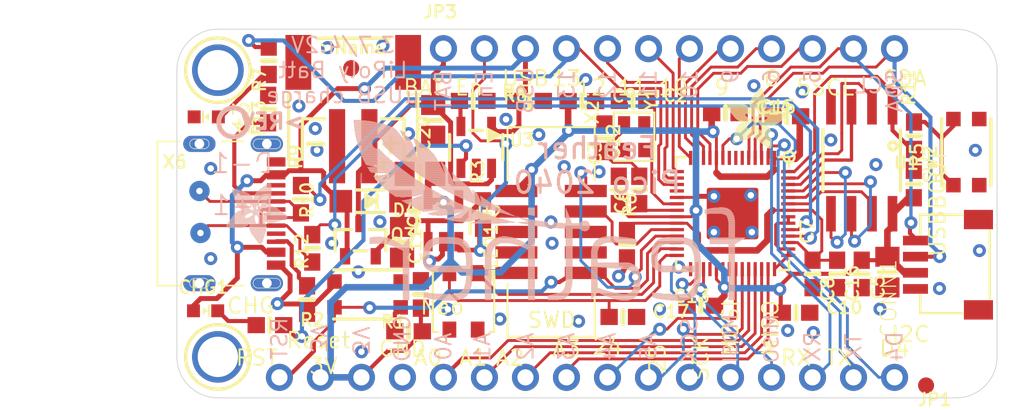
<source format=kicad_pcb>
(kicad_pcb (version 20171130) (host pcbnew "(5.1.6)-1")
  (layers (0 Top signal) (31 Bottom signal) (34 B.Paste user) (35 F.Paste user) (36 B.SilkS user) (37 F.SilkS user) (38 B.Mask user hide) (39 F.Mask user hide) (44 Edge.Cuts user hide))
  (net 0 "")
  (net 1 GND)
  (net 2 +3V3)
  (net 3 VBUS)
  (net 4 VBAT)
  (net 5 1.2V)
  (net 6 /VHI)
  (net 7 /D13)
  (net 8 /~RESET)
  (net 9 "Net-(U2-Pad4)")
  (net 10 /EN)
  (net 11 /A0)
  (net 12 /A1)
  (net 13 /A2)
  (net 14 /A3)
  (net 15 /D24)
  (net 16 /D25)
  (net 17 /SCK)
  (net 18 /MOSI)
  (net 19 /MISO)
  (net 20 /RX)
  (net 21 /TX)
  (net 22 /D4)
  (net 23 /SDA)
  (net 24 /SCL)
  (net 25 /D5)
  (net 26 /D6)
  (net 27 /D9)
  (net 28 /D10)
  (net 29 /D11)
  (net 30 /D12)
  (net 31 "Net-(R8-Pad1)")
  (net 32 "Net-(R2-Pad2)")
  (net 33 "Net-(LED1-Pad3)")
  (net 34 /NEO_PWR)
  (net 35 /NEOPIX)
  (net 36 /QSPI_DATA[0])
  (net 37 /QSPI_SCK)
  (net 38 /QSPI_DATA[2])
  (net 39 /QSPI_CS)
  (net 40 /QSPI_DATA[3])
  (net 41 /QSPI_DATA[1])
  (net 42 /USB_D+)
  (net 43 /USB_D-)
  (net 44 /CC2)
  (net 45 "Net-(X6-PadA8)")
  (net 46 /CC1)
  (net 47 "Net-(X6-PadB8)")
  (net 48 /D+)
  (net 49 /D-)
  (net 50 "Net-(IC1-Pad35)")
  (net 51 "Net-(IC1-Pad34)")
  (net 52 "Net-(IC1-Pad32)")
  (net 53 /SWDIO)
  (net 54 /SWCLK)
  (net 55 "Net-(IC1-Pad21)")
  (net 56 "Net-(C2-Pad2)")
  (net 57 "Net-(IC1-Pad18)")
  (net 58 "Net-(IC1-Pad8)")
  (net 59 "Net-(IC1-Pad7)")
  (net 60 "Net-(IC1-Pad6)")
  (net 61 "Net-(X2-Pad8)")
  (net 62 "Net-(X2-Pad6)")
  (net 63 "Net-(C3-Pad2)")
  (net 64 /USBBOOT)
  (net 65 "Net-(L1-PadA)")
  (net 66 "Net-(CHG1-PadC)")
  (module "" (layer Top) (at 171.3611 96.1136)
    (fp_text reference @HOLE0 hide)
    (fp_text value "" (at 0 0) (layer F.SilkS) (effects (font (size 1.27 1.27))))
    (pad "" np_thru_hole circle (at 0 0) (size 2.54 2.54) (drill 2.54) (layers *.Cu *.Mask))
  )
  (module "" (layer Top) (at 171.3611 113.8936)
    (fp_text reference @HOLE1 hide)
    (fp_text value "" (at 0 0) (layer F.SilkS) (effects (font (size 1.27 1.27))))
    (pad "" np_thru_hole circle (at 0 0) (size 2.54 2.54) (drill 2.54) (layers *.Cu *.Mask))
  )
  (module "Adafruit Feather RP2040 rev B:0805-NO" (layer Top) (at 137.0476 106.7866 270)
    (fp_text reference C1 (at -0.7875 -1.22 90) (layer F.SilkS) (effects (font (size 0.77216 0.77216) (thickness 0.138988)) (justify left bottom)))
    (fp_text value 10µF)
    (pad 2 smd rect (at 0.95 0 270) (size 1.24 1.5) (layers Top F.Paste F.Mask) (net 1 GND))
    (pad 1 smd rect (at -0.95 0 270) (size 1.24 1.5) (layers Top F.Paste F.Mask) (net 6 /VHI))
  )
  (module "Adafruit Feather RP2040 rev B:0805-NO" (layer Top) (at 138.1541 102.5421 180)
    (fp_text reference C4 (at 1.87 -0.6875 90) (layer F.SilkS) (effects (font (size 0.77216 0.77216) (thickness 0.138988)) (justify left bottom)))
    (fp_text value 10µF)
    (pad 2 smd rect (at 0.95 0 180) (size 1.24 1.5) (layers Top F.Paste F.Mask) (net 1 GND))
    (pad 1 smd rect (at -0.95 0 180) (size 1.24 1.5) (layers Top F.Paste F.Mask) (net 2 +3V3))
  )
  (module "Adafruit Feather RP2040 rev B:CHIPLED_0603_NOOUTLINE" (layer Top) (at 124.9206 99.0111 90)
    (fp_text reference L1 (at -1.016 1.778) (layer F.SilkS) (effects (font (size 0.77216 0.77216) (thickness 0.138988)) (justify left bottom)))
    (fp_text value RED)
    (pad A smd rect (at 0 0.75 90) (size 0.8 0.8) (layers Top F.Paste F.Mask) (net 65 "Net-(L1-PadA)"))
    (pad C smd rect (at 0 -0.75 90) (size 0.8 0.8) (layers Top F.Paste F.Mask) (net 1 GND))
  )
  (module "Adafruit Feather RP2040 rev B:0603-NO" (layer Top) (at 128.7907 95.5294 270)
    (fp_text reference R7 (at 2.032 0.127 90) (layer F.SilkS) (effects (font (size 0.77216 0.77216) (thickness 0.138988)) (justify left bottom)))
    (fp_text value 10K)
    (pad 2 smd rect (at 0.85 0 270) (size 1.075 1) (layers Top F.Paste F.Mask) (net 65 "Net-(L1-PadA)"))
    (pad 1 smd rect (at -0.85 0 270) (size 1.075 1) (layers Top F.Paste F.Mask) (net 7 /D13))
  )
  (module "Adafruit Feather RP2040 rev B:FIDUCIAL_1MM" (layer Top) (at 133.8961 95.9866 270)
    (fp_text reference U$34 hide)
    (fp_text value FIDUCIAL_1MM hide)
    (pad 1 smd roundrect (at 0 0 270) (size 1 1) (layers Top F.Mask) (roundrect_rratio 0.5))
  )
  (module "Adafruit Feather RP2040 rev B:FIDUCIAL_1MM" (layer Top) (at 169.5033 115.6646 270)
    (fp_text reference U$35 hide)
    (fp_text value FIDUCIAL_1MM hide)
    (pad 1 smd roundrect (at 0 0 270) (size 1 1) (layers Top F.Mask) (roundrect_rratio 0.5))
  )
  (module "Adafruit Feather RP2040 rev B:BTN_KMR2_4.6X2.8" (layer Top) (at 134.9121 110.0201 180)
    (fp_text reference SW1 hide)
    (fp_text value KMR2 hide)
    (pad A' smd rect (at -2.05 -0.8 180) (size 0.9 0.9) (layers Top F.Paste F.Mask) (net 8 /~RESET))
    (pad B' smd rect (at -2.05 0.8 180) (size 0.9 0.9) (layers Top F.Paste F.Mask) (net 1 GND))
    (pad B smd rect (at 2.05 0.8 180) (size 0.9 0.9) (layers Top F.Paste F.Mask) (net 1 GND))
    (pad A smd rect (at 2.05 -0.8 180) (size 0.9 0.9) (layers Top F.Paste F.Mask) (net 8 /~RESET))
  )
  (module "Adafruit Feather RP2040 rev B:MOUNTINGHOLE_2.5_PLATED" (layer Top) (at 125.6411 96.1136 270)
    (fp_text reference U$31 hide)
    (fp_text value MOUNTINGHOLE2.5 hide)
    (pad P$1 thru_hole circle (at 0 0 270) (size 3.2 3.2) (drill 2.5) (layers *.Cu *.Mask))
  )
  (module "Adafruit Feather RP2040 rev B:MOUNTINGHOLE_2.5_PLATED" (layer Top) (at 125.6411 113.8936 270)
    (fp_text reference U$32 hide)
    (fp_text value MOUNTINGHOLE2.5 hide)
    (pad P$1 thru_hole circle (at 0 0 270) (size 3.2 3.2) (drill 2.5) (layers *.Cu *.Mask))
  )
  (module "Adafruit Feather RP2040 rev B:SOT23-5@1" (layer Top) (at 139.6111 105.4481)
    (fp_text reference U2 (at 1.978 0) (layer F.SilkS) (effects (font (size 0.77216 0.77216) (thickness 0.138988)) (justify left bottom)))
    (fp_text value AP2112-3.3)
    (pad 5 smd rect (at -0.95 -1.3001) (size 0.55 1.2) (layers Top F.Paste F.Mask) (net 2 +3V3))
    (pad 4 smd rect (at 0.95 -1.3001) (size 0.55 1.2) (layers Top F.Paste F.Mask) (net 9 "Net-(U2-Pad4)"))
    (pad 3 smd rect (at 0.95 1.3001) (size 0.55 1.2) (layers Top F.Paste F.Mask) (net 10 /EN))
    (pad 2 smd rect (at 0 1.3001) (size 0.55 1.2) (layers Top F.Paste F.Mask) (net 1 GND))
    (pad 1 smd rect (at -0.95 1.3001) (size 0.55 1.2) (layers Top F.Paste F.Mask) (net 6 /VHI))
  )
  (module "Adafruit Feather RP2040 rev B:1X16_ROUND" (layer Top) (at 148.5011 115.1636 180)
    (fp_text reference JP1 (at -20.3962 -1.8288) (layer F.SilkS) (effects (font (size 0.77216 0.77216) (thickness 0.138988)) (justify left bottom)))
    (fp_text value HEADER-1X16ROUND)
    (pad 16 thru_hole circle (at 19.05 0 270) (size 1.6764 1.6764) (drill 1) (layers *.Cu *.Mask) (net 8 /~RESET))
    (pad 15 thru_hole circle (at 16.51 0 270) (size 1.6764 1.6764) (drill 1) (layers *.Cu *.Mask) (net 2 +3V3))
    (pad 14 thru_hole circle (at 13.97 0 270) (size 1.6764 1.6764) (drill 1) (layers *.Cu *.Mask) (net 2 +3V3))
    (pad 13 thru_hole circle (at 11.43 0 270) (size 1.6764 1.6764) (drill 1) (layers *.Cu *.Mask) (net 1 GND))
    (pad 12 thru_hole circle (at 8.89 0 270) (size 1.6764 1.6764) (drill 1) (layers *.Cu *.Mask) (net 11 /A0))
    (pad 11 thru_hole circle (at 6.35 0 270) (size 1.6764 1.6764) (drill 1) (layers *.Cu *.Mask) (net 12 /A1))
    (pad 10 thru_hole circle (at 3.81 0 270) (size 1.6764 1.6764) (drill 1) (layers *.Cu *.Mask) (net 13 /A2))
    (pad 9 thru_hole circle (at 1.27 0 270) (size 1.6764 1.6764) (drill 1) (layers *.Cu *.Mask) (net 14 /A3))
    (pad 8 thru_hole circle (at -1.27 0 270) (size 1.6764 1.6764) (drill 1) (layers *.Cu *.Mask) (net 15 /D24))
    (pad 7 thru_hole circle (at -3.81 0 270) (size 1.6764 1.6764) (drill 1) (layers *.Cu *.Mask) (net 16 /D25))
    (pad 6 thru_hole circle (at -6.35 0 270) (size 1.6764 1.6764) (drill 1) (layers *.Cu *.Mask) (net 17 /SCK))
    (pad 5 thru_hole circle (at -8.89 0 270) (size 1.6764 1.6764) (drill 1) (layers *.Cu *.Mask) (net 18 /MOSI))
    (pad 4 thru_hole circle (at -11.43 0 270) (size 1.6764 1.6764) (drill 1) (layers *.Cu *.Mask) (net 19 /MISO))
    (pad 3 thru_hole circle (at -13.97 0 270) (size 1.6764 1.6764) (drill 1) (layers *.Cu *.Mask) (net 20 /RX))
    (pad 2 thru_hole circle (at -16.51 0 270) (size 1.6764 1.6764) (drill 1) (layers *.Cu *.Mask) (net 21 /TX))
    (pad 1 thru_hole circle (at -19.05 0 270) (size 1.6764 1.6764) (drill 1) (layers *.Cu *.Mask) (net 22 /D4))
  )
  (module "Adafruit Feather RP2040 rev B:JSTPH2_BATT" (layer Top) (at 134.0231 97.1296)
    (fp_text reference X1 hide)
    (fp_text value JSTPH hide)
    (fp_text user >Name (at -2.2225 -1.9685) (layer F.SilkS) (effects (font (size 0.77216 0.77216) (thickness 0.146304)) (justify left bottom)))
    (pad NC2 smd rect (at 3.4 -1.5 90) (size 3.4 1.6) (layers Top F.Paste F.Mask))
    (pad NC1 smd rect (at -3.4 -1.5 90) (size 3.4 1.6) (layers Top F.Paste F.Mask))
    (pad 2 smd rect (at 1 3.7) (size 1 4.6) (layers Top F.Paste F.Mask) (net 4 VBAT))
    (pad 1 smd rect (at -1 3.7) (size 1 4.6) (layers Top F.Paste F.Mask) (net 1 GND))
  )
  (module "Adafruit Feather RP2040 rev B:1X12_ROUND" (layer Top) (at 153.5811 94.7801)
    (fp_text reference JP3 (at -15.3162 -1.8288) (layer F.SilkS) (effects (font (size 0.77216 0.77216) (thickness 0.138988)) (justify left bottom)))
    (fp_text value HEADER-1X12)
    (pad 12 thru_hole circle (at 13.97 0 90) (size 1.6764 1.6764) (drill 1) (layers *.Cu *.Mask) (net 23 /SDA))
    (pad 11 thru_hole circle (at 11.43 0 90) (size 1.6764 1.6764) (drill 1) (layers *.Cu *.Mask) (net 24 /SCL))
    (pad 10 thru_hole circle (at 8.89 0 90) (size 1.6764 1.6764) (drill 1) (layers *.Cu *.Mask) (net 25 /D5))
    (pad 9 thru_hole circle (at 6.35 0 90) (size 1.6764 1.6764) (drill 1) (layers *.Cu *.Mask) (net 26 /D6))
    (pad 8 thru_hole circle (at 3.81 0 90) (size 1.6764 1.6764) (drill 1) (layers *.Cu *.Mask) (net 27 /D9))
    (pad 7 thru_hole circle (at 1.27 0 90) (size 1.6764 1.6764) (drill 1) (layers *.Cu *.Mask) (net 28 /D10))
    (pad 6 thru_hole circle (at -1.27 0 90) (size 1.6764 1.6764) (drill 1) (layers *.Cu *.Mask) (net 29 /D11))
    (pad 5 thru_hole circle (at -3.81 0 90) (size 1.6764 1.6764) (drill 1) (layers *.Cu *.Mask) (net 30 /D12))
    (pad 4 thru_hole circle (at -6.35 0 90) (size 1.6764 1.6764) (drill 1) (layers *.Cu *.Mask) (net 7 /D13))
    (pad 3 thru_hole circle (at -8.89 0 90) (size 1.6764 1.6764) (drill 1) (layers *.Cu *.Mask) (net 3 VBUS))
    (pad 2 thru_hole circle (at -11.43 0 90) (size 1.6764 1.6764) (drill 1) (layers *.Cu *.Mask) (net 10 /EN))
    (pad 1 thru_hole circle (at -13.97 0 90) (size 1.6764 1.6764) (drill 1) (layers *.Cu *.Mask) (net 4 VBAT))
  )
  (module "Adafruit Feather RP2040 rev B:SOT23-5" (layer Top) (at 141.6431 100.9015)
    (fp_text reference U3 (at 1.978 0) (layer F.SilkS) (effects (font (size 0.77216 0.77216) (thickness 0.138988)) (justify left bottom)))
    (fp_text value MCP73831T-2ACI/OT)
    (pad 5 smd rect (at -0.95 -1.3001) (size 0.55 1.2) (layers Top F.Paste F.Mask) (net 31 "Net-(R8-Pad1)"))
    (pad 4 smd rect (at 0.95 -1.3001) (size 0.55 1.2) (layers Top F.Paste F.Mask) (net 3 VBUS))
    (pad 3 smd rect (at 0.95 1.3001) (size 0.55 1.2) (layers Top F.Paste F.Mask) (net 4 VBAT))
    (pad 2 smd rect (at 0 1.3001) (size 0.55 1.2) (layers Top F.Paste F.Mask) (net 1 GND))
    (pad 1 smd rect (at -0.95 1.3001) (size 0.55 1.2) (layers Top F.Paste F.Mask) (net 32 "Net-(R2-Pad2)"))
  )
  (module "Adafruit Feather RP2040 rev B:CHIPLED_0603_NOOUTLINE" (layer Top) (at 124.8791 111.0361 270)
    (fp_text reference CHG1 (at -1.016 1.778) (layer F.SilkS) (effects (font (size 0.77216 0.77216) (thickness 0.138988)) (justify left bottom)))
    (fp_text value ORANGE)
    (pad A smd rect (at 0 0.75 270) (size 0.8 0.8) (layers Top F.Paste F.Mask) (net 3 VBUS))
    (pad C smd rect (at 0 -0.75 270) (size 0.8 0.8) (layers Top F.Paste F.Mask) (net 66 "Net-(CHG1-PadC)"))
  )
  (module "Adafruit Feather RP2040 rev B:0603-NO" (layer Top) (at 128.8669 111.9251)
    (fp_text reference R2 (at 1.778 0.127) (layer F.SilkS) (effects (font (size 0.77216 0.77216) (thickness 0.138988)) (justify left bottom)))
    (fp_text value 10K)
    (pad 2 smd rect (at 0.85 0) (size 1.075 1) (layers Top F.Paste F.Mask) (net 32 "Net-(R2-Pad2)"))
    (pad 1 smd rect (at -0.85 0) (size 1.075 1) (layers Top F.Paste F.Mask) (net 66 "Net-(CHG1-PadC)"))
  )
  (module "Adafruit Feather RP2040 rev B:0805-NO" (layer Top) (at 138.9761 99.2251 270)
    (fp_text reference C20 (at 2.032 0.127 90) (layer F.SilkS) (effects (font (size 0.77216 0.77216) (thickness 0.138988)) (justify left bottom)))
    (fp_text value 10µF)
    (pad 2 smd rect (at 0.95 0 270) (size 1.24 1.5) (layers Top F.Paste F.Mask) (net 1 GND))
    (pad 1 smd rect (at -0.95 0 270) (size 1.24 1.5) (layers Top F.Paste F.Mask) (net 4 VBAT))
  )
  (module "Adafruit Feather RP2040 rev B:0603-NO" (layer Top) (at 141.4526 98.0186)
    (fp_text reference R8 (at 1.778 0.127) (layer F.SilkS) (effects (font (size 0.77216 0.77216) (thickness 0.138988)) (justify left bottom)))
    (fp_text value 5.1K)
    (pad 2 smd rect (at 0.85 0) (size 1.075 1) (layers Top F.Paste F.Mask) (net 1 GND))
    (pad 1 smd rect (at -0.85 0) (size 1.075 1) (layers Top F.Paste F.Mask) (net 31 "Net-(R8-Pad1)"))
  )
  (module "Adafruit Feather RP2040 rev B:0805-NO" (layer Top) (at 167.1066 108.6358 270)
    (fp_text reference C5 (at 1.778 0.127 90) (layer F.SilkS) (effects (font (size 0.77216 0.77216) (thickness 0.138988)) (justify left bottom)))
    (fp_text value 10uF)
    (pad 2 smd rect (at 0.95 0 270) (size 1.24 1.5) (layers Top F.Paste F.Mask) (net 1 GND))
    (pad 1 smd rect (at -0.95 0 270) (size 1.24 1.5) (layers Top F.Paste F.Mask) (net 2 +3V3))
  )
  (module "Adafruit Feather RP2040 rev B:FEATHERLOGO" (layer Bottom) (at 158.3436 110.4646 180)
    (fp_text reference U$9 hide)
    (fp_text value "" hide)
  )
  (module "Adafruit Feather RP2040 rev B:ADAFRUIT_3.5MM" (layer Bottom) (at 126.1491 103.0986)
    (fp_text reference U$12 hide)
    (fp_text value "" hide)
  )
  (module "Adafruit Feather RP2040 rev B:PCBFEAT-REV-040" (layer Bottom) (at 126.5936 99.3521 180)
    (fp_text reference U$13 hide)
    (fp_text value "" hide)
    (fp_text user >REV (at -0.3556 -0.508 180) (layer B.SilkS) (effects (font (size 0.9652 0.9652) (thickness 0.2032)) (justify right bottom mirror)))
  )
  (module "Adafruit Feather RP2040 rev B:LED3535" (layer Top) (at 140.8557 110.4519 270)
    (fp_text reference LED1 (at -1.905 -2.159 90) (layer F.SilkS) (effects (font (size 0.77216 0.77216) (thickness 0.138988)) (justify left bottom)))
    (fp_text value WS2812B3535)
    (pad 3 smd rect (at 1.75 0.875) (size 0.85 1) (layers Top F.Paste F.Mask) (net 33 "Net-(LED1-Pad3)"))
    (pad 2 smd rect (at -1.75 0.875) (size 0.85 1) (layers Top F.Paste F.Mask) (net 34 /NEO_PWR))
    (pad 4 smd rect (at 1.75 -0.875) (size 0.85 1) (layers Top F.Paste F.Mask) (net 1 GND))
    (pad 1 smd rect (at -1.75 -0.875) (size 0.85 1) (layers Top F.Paste F.Mask) (net 35 /NEOPIX))
  )
  (module "Adafruit Feather RP2040 rev B:SOIC8_208MIL" (layer Top) (at 165.5191 101.7016 180)
    (fp_text reference U1 (at -1.905 -0.635) (layer F.SilkS) (effects (font (size 0.77216 0.77216) (thickness 0.138988)) (justify left bottom)))
    (fp_text value "2MB Flash")
    (pad 5 smd rect (at 1.905 -3.315 180) (size 0.6 2.2) (layers Top F.Paste F.Mask) (net 36 /QSPI_DATA[0]))
    (pad 6 smd rect (at 0.635 -3.315 180) (size 0.6 2.2) (layers Top F.Paste F.Mask) (net 37 /QSPI_SCK))
    (pad 8 smd rect (at -1.905 -3.315 180) (size 0.6 2.2) (layers Top F.Paste F.Mask) (net 2 +3V3))
    (pad 4 smd rect (at 1.905 3.315 180) (size 0.6 2.2) (layers Top F.Paste F.Mask) (net 1 GND))
    (pad 3 smd rect (at 0.635 3.315 180) (size 0.6 2.2) (layers Top F.Paste F.Mask) (net 38 /QSPI_DATA[2]))
    (pad 1 smd rect (at -1.905 3.315 180) (size 0.6 2.2) (layers Top F.Paste F.Mask) (net 39 /QSPI_CS))
    (pad 7 smd rect (at -0.635 -3.315 180) (size 0.6 2.2) (layers Top F.Paste F.Mask) (net 40 /QSPI_DATA[3]))
    (pad 2 smd rect (at -0.635 3.315 180) (size 0.6 2.2) (layers Top F.Paste F.Mask) (net 41 /QSPI_DATA[1]))
  )
  (module "Adafruit Feather RP2040 rev B:0603-NO" (layer Top) (at 168.7449 103.1748 270)
    (fp_text reference R5 (at -0.9525 -0.635 90) (layer F.SilkS) (effects (font (size 0.77216 0.77216) (thickness 0.138988)) (justify left bottom)))
    (fp_text value 10K)
    (pad 2 smd rect (at 0.85 0 270) (size 1.075 1) (layers Top F.Paste F.Mask) (net 2 +3V3))
    (pad 1 smd rect (at -0.85 0 270) (size 1.075 1) (layers Top F.Paste F.Mask) (net 39 /QSPI_CS))
  )
  (module "Adafruit Feather RP2040 rev B:0603-NO" (layer Top) (at 148.1836 98.0313)
    (fp_text reference C9 (at 1.778 0.127) (layer F.SilkS) (effects (font (size 0.77216 0.77216) (thickness 0.138988)) (justify left bottom)))
    (fp_text value 0.1uF)
    (pad 2 smd rect (at 0.85 0) (size 1.075 1) (layers Top F.Paste F.Mask) (net 1 GND))
    (pad 1 smd rect (at -0.85 0) (size 1.075 1) (layers Top F.Paste F.Mask) (net 2 +3V3))
  )
  (module "Adafruit Feather RP2040 rev B:0603-NO" (layer Top) (at 161.447393 111.155397)
    (fp_text reference C10 (at 1.778 0.126997) (layer F.SilkS) (effects (font (size 0.77216 0.77216) (thickness 0.138988)) (justify left bottom)))
    (fp_text value 1uF)
    (pad 2 smd rect (at 0.85 0) (size 1.075 1) (layers Top F.Paste F.Mask) (net 1 GND))
    (pad 1 smd rect (at -0.85 0) (size 1.075 1) (layers Top F.Paste F.Mask) (net 2 +3V3))
  )
  (module "Adafruit Feather RP2040 rev B:SOD-123" (layer Top) (at 135.1026 104.2416 180)
    (fp_text reference D4 (at -1.27 -1.016) (layer F.SilkS) (effects (font (size 0.77216 0.77216) (thickness 0.138988)) (justify left bottom)))
    (fp_text value MBR540)
    (pad A smd rect (at 1.85 0 270) (size 1.4 1.4) (layers Top F.Paste F.Mask) (net 3 VBUS))
    (pad C smd rect (at -1.85 0 270) (size 1.4 1.4) (layers Top F.Paste F.Mask) (net 6 /VHI))
  )
  (module "Adafruit Feather RP2040 rev B:SOT23-R" (layer Top) (at 134.4676 106.6546)
    (fp_text reference Q3 (at 1.778 0.127) (layer F.SilkS) (effects (font (size 0.77216 0.77216) (thickness 0.138988)) (justify left bottom)))
    (fp_text value DMG341)
    (pad 1 smd rect (at -0.95 1) (size 0.635 1.016) (layers Top F.Paste F.Mask) (net 3 VBUS))
    (pad 2 smd rect (at 0.95 1) (size 0.635 1.016) (layers Top F.Paste F.Mask) (net 6 /VHI))
    (pad 3 smd rect (at 0 -1) (size 0.635 1.016) (layers Top F.Paste F.Mask) (net 4 VBAT))
  )
  (module "Adafruit Feather RP2040 rev B:0603-NO" (layer Top) (at 142.0622 105.0671 90)
    (fp_text reference R3 (at 1.778 0.127 90) (layer F.SilkS) (effects (font (size 0.77216 0.77216) (thickness 0.138988)) (justify left bottom)))
    (fp_text value 10K)
    (pad 2 smd rect (at 0.85 0 90) (size 1.075 1) (layers Top F.Paste F.Mask) (net 6 /VHI))
    (pad 1 smd rect (at -0.85 0 90) (size 1.075 1) (layers Top F.Paste F.Mask) (net 10 /EN))
  )
  (module "Adafruit Feather RP2040 rev B:B1,27" (layer Bottom) (at 124.5616 106.2101 180)
    (fp_text reference D+1 (at -0.635 1.016) (layer B.SilkS) (effects (font (size 1.2065 1.2065) (thickness 0.12065)) (justify right bottom mirror)))
    (fp_text value TPB1,27)
    (pad TP smd roundrect (at 0 0 180) (size 1.27 1.27) (layers Bottom B.Mask) (roundrect_rratio 0.5) (net 42 /USB_D+))
  )
  (module "Adafruit Feather RP2040 rev B:B1,27" (layer Bottom) (at 124.4981 103.6066 180)
    (fp_text reference D-1 (at -0.635 1.016) (layer B.SilkS) (effects (font (size 1.2065 1.2065) (thickness 0.12065)) (justify right bottom mirror)))
    (fp_text value TPB1,27)
    (pad TP smd roundrect (at 0 0 180) (size 1.27 1.27) (layers Bottom B.Mask) (roundrect_rratio 0.5) (net 43 /USB_D-))
  )
  (module "Adafruit Feather RP2040 rev B:USB_C_CUSB31-CFM2AX-01-X" (layer Top) (at 125.7046 105.0036 270)
    (fp_text reference X6 (at -2.75 3.56) (layer F.SilkS) (effects (font (size 0.77216 0.77216) (thickness 0.138988)) (justify left bottom)))
    (fp_text value "USB Type C")
    (fp_line (start -4.02 0.91) (end -4.02 1.51) (layer Edge.Cuts) (width 0.05))
    (fp_line (start -4.62 1.51) (end -4.62 0.91) (layer Edge.Cuts) (width 0.05))
    (fp_line (start 4.62 0.91) (end 4.62 1.51) (layer Edge.Cuts) (width 0.05))
    (fp_line (start 4.02 1.51) (end 4.02 0.91) (layer Edge.Cuts) (width 0.05))
    (fp_line (start 4.62 -3.52) (end 4.62 -2.42) (layer Edge.Cuts) (width 0.05))
    (fp_line (start 4.02 -2.42) (end 4.02 -3.52) (layer Edge.Cuts) (width 0.05))
    (fp_line (start -4.02 -3.52) (end -4.02 -2.42) (layer Edge.Cuts) (width 0.05))
    (fp_line (start -4.62 -2.42) (end -4.62 -3.52) (layer Edge.Cuts) (width 0.05))
    (fp_arc (start -4.32 -2.42) (end -4.32 -2.12) (angle 90) (layer Edge.Cuts) (width 0.05))
    (fp_arc (start -4.32 -2.42) (end -4.02 -2.42) (angle 90) (layer Edge.Cuts) (width 0.05))
    (fp_arc (start -4.32 -3.52) (end -4.32 -3.82) (angle 90) (layer Edge.Cuts) (width 0.05))
    (fp_arc (start -4.32 -3.52) (end -4.62 -3.52) (angle 90) (layer Edge.Cuts) (width 0.05))
    (fp_arc (start 4.32 -2.42) (end 4.32 -2.12) (angle 90) (layer Edge.Cuts) (width 0.05))
    (fp_arc (start 4.32 -2.42) (end 4.62 -2.42) (angle 90) (layer Edge.Cuts) (width 0.05))
    (fp_arc (start 4.32 -3.52) (end 4.32 -3.82) (angle 90) (layer Edge.Cuts) (width 0.05))
    (fp_arc (start 4.32 -3.52) (end 4.02 -3.52) (angle 90) (layer Edge.Cuts) (width 0.05))
    (fp_arc (start 4.32 1.51) (end 4.32 1.81) (angle 90) (layer Edge.Cuts) (width 0.05))
    (fp_arc (start 4.32 1.51) (end 4.62 1.51) (angle 90) (layer Edge.Cuts) (width 0.05))
    (fp_arc (start 4.32 0.91) (end 4.32 0.61) (angle 90) (layer Edge.Cuts) (width 0.05))
    (fp_arc (start 4.32 0.91) (end 4.02 0.91) (angle 90) (layer Edge.Cuts) (width 0.05))
    (fp_arc (start -4.32 1.51) (end -4.32 1.81) (angle 90) (layer Edge.Cuts) (width 0.05))
    (fp_arc (start -4.32 1.51) (end -4.02 1.51) (angle 90) (layer Edge.Cuts) (width 0.05))
    (fp_arc (start -4.32 0.91) (end -4.32 0.61) (angle 90) (layer Edge.Cuts) (width 0.05))
    (fp_arc (start -4.32 0.91) (end -4.62 0.91) (angle 90) (layer Edge.Cuts) (width 0.05))
    (pad "" np_thru_hole circle (at -2.89 -2.47 270) (size 0.65 0.65) (drill 0.65) (layers *.Cu *.Mask))
    (pad "" np_thru_hole circle (at 2.89 -2.47 270) (size 0.65 0.65) (drill 0.65) (layers *.Cu *.Mask))
    (pad M1 thru_hole oval (at -4.32 -2.97) (size 2 1) (drill 0.6) (layers *.Cu *.Mask))
    (pad M2 thru_hole oval (at 4.32 -2.97) (size 2 1) (drill 0.6) (layers *.Cu *.Mask))
    (pad M4 thru_hole oval (at 4.32 1.21) (size 2 1) (drill 0.6) (layers *.Cu *.Mask))
    (pad M3 thru_hole oval (at -4.32 1.21) (size 2 1) (drill 0.6) (layers *.Cu *.Mask))
    (pad B1A12 smd rect (at 3.2 -3.545 270) (size 0.575 1.15) (layers Top F.Paste F.Mask) (net 1 GND))
    (pad B4A9 smd rect (at 2.4 -3.545 270) (size 0.575 1.15) (layers Top F.Paste F.Mask) (net 3 VBUS))
    (pad B5 smd rect (at 1.75 -3.545 270) (size 0.275 1.15) (layers Top F.Paste F.Mask) (net 44 /CC2))
    (pad A8 smd rect (at 1.25 -3.545 270) (size 0.275 1.15) (layers Top F.Paste F.Mask) (net 45 "Net-(X6-PadA8)"))
    (pad B6 smd rect (at 0.75 -3.545 270) (size 0.275 1.15) (layers Top F.Paste F.Mask) (net 42 /USB_D+))
    (pad A7 smd rect (at 0.25 -3.545 270) (size 0.275 1.15) (layers Top F.Paste F.Mask) (net 43 /USB_D-))
    (pad A6 smd rect (at -0.25 -3.545 270) (size 0.275 1.15) (layers Top F.Paste F.Mask) (net 42 /USB_D+))
    (pad B7 smd rect (at -0.75 -3.545 270) (size 0.275 1.15) (layers Top F.Paste F.Mask) (net 43 /USB_D-))
    (pad A5 smd rect (at -1.25 -3.545 270) (size 0.275 1.15) (layers Top F.Paste F.Mask) (net 46 /CC1))
    (pad B8 smd rect (at -1.75 -3.545 270) (size 0.275 1.15) (layers Top F.Paste F.Mask) (net 47 "Net-(X6-PadB8)"))
    (pad A4B9 smd rect (at -2.4 -3.545 270) (size 0.575 1.15) (layers Top F.Paste F.Mask) (net 3 VBUS))
    (pad A1B12 smd rect (at -3.2 -3.545 270) (size 0.575 1.15) (layers Top F.Paste F.Mask) (net 1 GND))
  )
  (module "Adafruit Feather RP2040 rev B:0603-NO" (layer Top) (at 131.1656 110.3376 90)
    (fp_text reference R12 (at 1.778 0.127 90) (layer F.SilkS) (effects (font (size 0.77216 0.77216) (thickness 0.138988)) (justify left bottom)))
    (fp_text value 5.1K)
    (pad 2 smd rect (at 0.85 0 90) (size 1.075 1) (layers Top F.Paste F.Mask) (net 44 /CC2))
    (pad 1 smd rect (at -0.85 0 90) (size 1.075 1) (layers Top F.Paste F.Mask) (net 1 GND))
  )
  (module "Adafruit Feather RP2040 rev B:0603-NO" (layer Top) (at 128.7526 98.5266 270)
    (fp_text reference R13 (at 1.778 0.127 90) (layer F.SilkS) (effects (font (size 0.77216 0.77216) (thickness 0.138988)) (justify left bottom)))
    (fp_text value 5.1K)
    (pad 2 smd rect (at 0.85 0 270) (size 1.075 1) (layers Top F.Paste F.Mask) (net 46 /CC1))
    (pad 1 smd rect (at -0.85 0 270) (size 1.075 1) (layers Top F.Paste F.Mask) (net 1 GND))
  )
  (module "Adafruit Feather RP2040 rev B:QFN56_7MM_REDUCEDEPAD" (layer Top) (at 157.5181 105.0036 270)
    (fp_text reference IC1 hide)
    (fp_text value RP2040_QFN56 hide)
    (pad P$1 smd roundrect (at 0 0 270) (size 3.2 3.2) (layers Top F.Paste F.Mask) (roundrect_rratio 0.05) (net 1 GND))
    (pad 56 smd rect (at -2.6 -3.45) (size 0.875 0.2) (layers Top F.Paste F.Mask) (net 39 /QSPI_CS))
    (pad 55 smd rect (at -2.2 -3.45) (size 0.875 0.2) (layers Top F.Paste F.Mask) (net 41 /QSPI_DATA[1]))
    (pad 54 smd rect (at -1.8 -3.45) (size 0.875 0.2) (layers Top F.Paste F.Mask) (net 38 /QSPI_DATA[2]))
    (pad 53 smd rect (at -1.4 -3.45) (size 0.875 0.2) (layers Top F.Paste F.Mask) (net 36 /QSPI_DATA[0]))
    (pad 52 smd rect (at -1 -3.45) (size 0.875 0.2) (layers Top F.Paste F.Mask) (net 37 /QSPI_SCK))
    (pad 51 smd rect (at -0.6 -3.45) (size 0.875 0.2) (layers Top F.Paste F.Mask) (net 40 /QSPI_DATA[3]))
    (pad 50 smd rect (at -0.2 -3.45) (size 0.875 0.2) (layers Top F.Paste F.Mask) (net 5 1.2V))
    (pad 49 smd rect (at 0.2 -3.45) (size 0.875 0.2) (layers Top F.Paste F.Mask) (net 2 +3V3))
    (pad 48 smd rect (at 0.6 -3.45) (size 0.875 0.2) (layers Top F.Paste F.Mask) (net 2 +3V3))
    (pad 47 smd rect (at 1 -3.45) (size 0.875 0.2) (layers Top F.Paste F.Mask) (net 48 /D+))
    (pad 46 smd rect (at 1.4 -3.45) (size 0.875 0.2) (layers Top F.Paste F.Mask) (net 49 /D-))
    (pad 45 smd rect (at 1.8 -3.45) (size 0.875 0.2) (layers Top F.Paste F.Mask) (net 5 1.2V))
    (pad 44 smd rect (at 2.2 -3.45) (size 0.875 0.2) (layers Top F.Paste F.Mask) (net 2 +3V3))
    (pad 43 smd rect (at 2.6 -3.45) (size 0.875 0.2) (layers Top F.Paste F.Mask) (net 2 +3V3))
    (pad 42 smd rect (at 3.45 -2.6 270) (size 0.875 0.2) (layers Top F.Paste F.Mask) (net 2 +3V3))
    (pad 41 smd rect (at 3.45 -2.2 270) (size 0.875 0.2) (layers Top F.Paste F.Mask) (net 14 /A3))
    (pad 40 smd rect (at 3.45 -1.8 270) (size 0.875 0.2) (layers Top F.Paste F.Mask) (net 13 /A2))
    (pad 39 smd rect (at 3.45 -1.4 270) (size 0.875 0.2) (layers Top F.Paste F.Mask) (net 12 /A1))
    (pad 38 smd rect (at 3.45 -1 270) (size 0.875 0.2) (layers Top F.Paste F.Mask) (net 11 /A0))
    (pad 37 smd rect (at 3.45 -0.6 270) (size 0.875 0.2) (layers Top F.Paste F.Mask) (net 16 /D25))
    (pad 36 smd rect (at 3.45 -0.2 270) (size 0.875 0.2) (layers Top F.Paste F.Mask) (net 15 /D24))
    (pad 35 smd rect (at 3.45 0.2 270) (size 0.875 0.2) (layers Top F.Paste F.Mask) (net 50 "Net-(IC1-Pad35)"))
    (pad 34 smd rect (at 3.45 0.6 270) (size 0.875 0.2) (layers Top F.Paste F.Mask) (net 51 "Net-(IC1-Pad34)"))
    (pad 33 smd rect (at 3.45 1 270) (size 0.875 0.2) (layers Top F.Paste F.Mask) (net 2 +3V3))
    (pad 32 smd rect (at 3.45 1.4 270) (size 0.875 0.2) (layers Top F.Paste F.Mask) (net 52 "Net-(IC1-Pad32)"))
    (pad 31 smd rect (at 3.45 1.8 270) (size 0.875 0.2) (layers Top F.Paste F.Mask) (net 19 /MISO))
    (pad 30 smd rect (at 3.45 2.2 270) (size 0.875 0.2) (layers Top F.Paste F.Mask) (net 18 /MOSI))
    (pad 29 smd rect (at 3.45 2.6 270) (size 0.875 0.2) (layers Top F.Paste F.Mask) (net 17 /SCK))
    (pad 28 smd rect (at 2.6 3.45 180) (size 0.875 0.2) (layers Top F.Paste F.Mask) (net 34 /NEO_PWR))
    (pad 27 smd rect (at 2.2 3.45 180) (size 0.875 0.2) (layers Top F.Paste F.Mask) (net 35 /NEOPIX))
    (pad 26 smd rect (at 1.8 3.45 180) (size 0.875 0.2) (layers Top F.Paste F.Mask) (net 8 /~RESET))
    (pad 25 smd rect (at 1.4 3.45 180) (size 0.875 0.2) (layers Top F.Paste F.Mask) (net 53 /SWDIO))
    (pad 24 smd rect (at 1 3.45 180) (size 0.875 0.2) (layers Top F.Paste F.Mask) (net 54 /SWCLK))
    (pad 23 smd rect (at 0.6 3.45 180) (size 0.875 0.2) (layers Top F.Paste F.Mask) (net 5 1.2V))
    (pad 22 smd rect (at 0.2 3.45 180) (size 0.875 0.2) (layers Top F.Paste F.Mask) (net 2 +3V3))
    (pad 21 smd rect (at -0.2 3.45 180) (size 0.875 0.2) (layers Top F.Paste F.Mask) (net 55 "Net-(IC1-Pad21)"))
    (pad 20 smd rect (at -0.6 3.45 180) (size 0.875 0.2) (layers Top F.Paste F.Mask) (net 56 "Net-(C2-Pad2)"))
    (pad 19 smd rect (at -1 3.45 180) (size 0.875 0.2) (layers Top F.Paste F.Mask) (net 1 GND))
    (pad 18 smd rect (at -1.4 3.45 180) (size 0.875 0.2) (layers Top F.Paste F.Mask) (net 57 "Net-(IC1-Pad18)"))
    (pad 17 smd rect (at -1.8 3.45 180) (size 0.875 0.2) (layers Top F.Paste F.Mask) (net 7 /D13))
    (pad 16 smd rect (at -2.2 3.45 180) (size 0.875 0.2) (layers Top F.Paste F.Mask) (net 30 /D12))
    (pad 15 smd rect (at -2.6 3.45 180) (size 0.875 0.2) (layers Top F.Paste F.Mask) (net 29 /D11))
    (pad 14 smd rect (at -3.45 2.6 90) (size 0.875 0.2) (layers Top F.Paste F.Mask) (net 28 /D10))
    (pad 13 smd rect (at -3.45 2.2 90) (size 0.875 0.2) (layers Top F.Paste F.Mask) (net 27 /D9))
    (pad 12 smd rect (at -3.45 1.8 90) (size 0.875 0.2) (layers Top F.Paste F.Mask) (net 26 /D6))
    (pad 11 smd rect (at -3.45 1.4 90) (size 0.875 0.2) (layers Top F.Paste F.Mask) (net 25 /D5))
    (pad 10 smd rect (at -3.45 1 90) (size 0.875 0.2) (layers Top F.Paste F.Mask) (net 2 +3V3))
    (pad 9 smd rect (at -3.45 0.6 90) (size 0.875 0.2) (layers Top F.Paste F.Mask) (net 22 /D4))
    (pad 8 smd rect (at -3.45 0.2 90) (size 0.875 0.2) (layers Top F.Paste F.Mask) (net 58 "Net-(IC1-Pad8)"))
    (pad 7 smd rect (at -3.45 -0.2 90) (size 0.875 0.2) (layers Top F.Paste F.Mask) (net 59 "Net-(IC1-Pad7)"))
    (pad 6 smd rect (at -3.45 -0.6 90) (size 0.875 0.2) (layers Top F.Paste F.Mask) (net 60 "Net-(IC1-Pad6)"))
    (pad 5 smd rect (at -3.45 -1 90) (size 0.875 0.2) (layers Top F.Paste F.Mask) (net 24 /SCL))
    (pad 4 smd rect (at -3.45 -1.4 90) (size 0.875 0.2) (layers Top F.Paste F.Mask) (net 23 /SDA))
    (pad 3 smd rect (at -3.45 -1.8 90) (size 0.875 0.2) (layers Top F.Paste F.Mask) (net 20 /RX))
    (pad 2 smd rect (at -3.45 -2.2 90) (size 0.875 0.2) (layers Top F.Paste F.Mask) (net 21 /TX))
    (pad 1 smd rect (at -3.45 -2.6 90) (size 0.875 0.2) (layers Top F.Paste F.Mask) (net 2 +3V3))
  )
  (module "Adafruit Feather RP2040 rev B:0603-NO" (layer Top) (at 137.4521 112.3061 180)
    (fp_text reference R1 (at 1.778 0.127) (layer F.SilkS) (effects (font (size 0.77216 0.77216) (thickness 0.138988)) (justify left bottom)))
    (fp_text value 10K)
    (pad 2 smd rect (at 0.85 0 180) (size 1.075 1) (layers Top F.Paste F.Mask) (net 8 /~RESET))
    (pad 1 smd rect (at -0.85 0 180) (size 1.075 1) (layers Top F.Paste F.Mask) (net 2 +3V3))
  )
  (module "Adafruit Feather RP2040 rev B:JST_SH4" (layer Top) (at 171.3611 108.1786 90)
    (fp_text reference CONN1 (at -4.6 -3.614 90) (layer F.SilkS) (effects (font (size 0.9652 0.9652) (thickness 0.077216)) (justify left bottom)))
    (fp_text value STEMMA_I2C_QT hide)
    (pad MT2 smd rect (at 2.8 1.386 180) (size 1.8 1.2) (layers Top F.Paste F.Mask) (net 1 GND))
    (pad MT1 smd rect (at -2.8 1.386 180) (size 1.8 1.2) (layers Top F.Paste F.Mask) (net 1 GND))
    (pad 4 smd rect (at 1.5 -2.514 180) (size 1.55 0.6) (layers Top F.Paste F.Mask) (net 24 /SCL))
    (pad 1 smd rect (at -1.5 -2.514 180) (size 1.55 0.6) (layers Top F.Paste F.Mask) (net 1 GND))
    (pad 3 smd rect (at 0.5 -2.514 180) (size 1.55 0.6) (layers Top F.Paste F.Mask) (net 23 /SDA))
    (pad 2 smd rect (at -0.5 -2.514 180) (size 1.55 0.6) (layers Top F.Paste F.Mask) (net 2 +3V3))
  )
  (module "Adafruit Feather RP2040 rev B:2X05_1.27MM_BOX_POSTS" (layer Top) (at 146.2786 106.1466 270)
    (fp_text reference X2 (at -6.6 -3 90) (layer F.SilkS) (effects (font (size 0.77216 0.77216) (thickness 0.138988)) (justify left bottom)))
    (fp_text value JTAG-CORTEXBOXPOSTS)
    (pad "" np_thru_hole circle (at 1.905 0 270) (size 1 1) (drill 1) (layers *.Cu *.Mask))
    (pad "" np_thru_hole circle (at -1.905 0 270) (size 1 1) (drill 1) (layers *.Cu *.Mask))
    (pad 9 smd rect (at 2.54 2.15 270) (size 0.76 2.6) (layers Top F.Paste F.Mask) (net 1 GND))
    (pad 7 smd rect (at 1.27 2.15 270) (size 0.76 2.6) (layers Top F.Paste F.Mask) (net 1 GND))
    (pad 5 smd rect (at 0 2.15 270) (size 0.76 2.6) (layers Top F.Paste F.Mask) (net 1 GND))
    (pad 3 smd rect (at -1.27 2.15 270) (size 0.76 2.6) (layers Top F.Paste F.Mask) (net 1 GND))
    (pad 1 smd rect (at -2.54 2.15 270) (size 0.76 2.6) (layers Top F.Paste F.Mask) (net 2 +3V3))
    (pad 10 smd rect (at 2.54 -2.15 270) (size 0.76 2.6) (layers Top F.Paste F.Mask) (net 8 /~RESET))
    (pad 8 smd rect (at 1.27 -2.15 270) (size 0.76 2.6) (layers Top F.Paste F.Mask) (net 61 "Net-(X2-Pad8)"))
    (pad 6 smd rect (at 0 -2.15 270) (size 0.76 2.6) (layers Top F.Paste F.Mask) (net 62 "Net-(X2-Pad6)"))
    (pad 4 smd rect (at -1.27 -2.15 270) (size 0.76 2.6) (layers Top F.Paste F.Mask) (net 54 /SWCLK))
    (pad 2 smd rect (at -2.54 -2.15 270) (size 0.76 2.6) (layers Top F.Paste F.Mask) (net 53 /SWDIO))
  )
  (module "Adafruit Feather RP2040 rev B:CRYSTAL_2.5X2" (layer Top) (at 151.4221 100.2411 270)
    (fp_text reference Y1 (at -1.532 -1.528 90) (layer F.SilkS) (effects (font (size 0.77216 0.77216) (thickness 0.138988)) (justify left bottom)))
    (fp_text value 12MHZ)
    (pad 4 smd rect (at -0.825 -0.625 270) (size 0.9 0.75) (layers Top F.Paste F.Mask))
    (pad 3 smd rect (at 0.825 -0.625 270) (size 0.9 0.75) (layers Top F.Paste F.Mask) (net 56 "Net-(C2-Pad2)"))
    (pad 2 smd rect (at 0.825 0.625 270) (size 0.9 0.75) (layers Top F.Paste F.Mask))
    (pad 1 smd rect (at -0.825 0.625 270) (size 0.9 0.75) (layers Top F.Paste F.Mask) (net 63 "Net-(C3-Pad2)"))
  )
  (module "Adafruit Feather RP2040 rev B:0603-NO" (layer Top) (at 144.9451 98.0186 180)
    (fp_text reference R4 (at 1.778 0.127) (layer F.SilkS) (effects (font (size 0.77216 0.77216) (thickness 0.138988)) (justify left bottom)))
    (fp_text value 10K)
    (pad 2 smd rect (at 0.85 0 180) (size 1.075 1) (layers Top F.Paste F.Mask) (net 3 VBUS))
    (pad 1 smd rect (at -0.85 0 180) (size 1.075 1) (layers Top F.Paste F.Mask) (net 1 GND))
  )
  (module "Adafruit Feather RP2040 rev B:0603-NO" (layer Top) (at 150.9776 106.9086 90)
    (fp_text reference C6 (at 1.778 0.127 90) (layer F.SilkS) (effects (font (size 0.77216 0.77216) (thickness 0.138988)) (justify left bottom)))
    (fp_text value 0.1uF)
    (pad 2 smd rect (at 0.85 0 90) (size 1.075 1) (layers Top F.Paste F.Mask) (net 5 1.2V))
    (pad 1 smd rect (at -0.85 0 90) (size 1.075 1) (layers Top F.Paste F.Mask) (net 1 GND))
  )
  (module "Adafruit Feather RP2040 rev B:0603-NO" (layer Top) (at 162.4711 108.7501 90)
    (fp_text reference C7 (at 1.778 0.127 90) (layer F.SilkS) (effects (font (size 0.77216 0.77216) (thickness 0.138988)) (justify left bottom)))
    (fp_text value 0.1uF)
    (pad 2 smd rect (at 0.85 0 90) (size 1.075 1) (layers Top F.Paste F.Mask) (net 5 1.2V))
    (pad 1 smd rect (at -0.85 0 90) (size 1.075 1) (layers Top F.Paste F.Mask) (net 1 GND))
  )
  (module "Adafruit Feather RP2040 rev B:0603-NO" (layer Top) (at 163.9951 108.7501 270)
    (fp_text reference C8 (at 1.778 0.127 90) (layer F.SilkS) (effects (font (size 0.77216 0.77216) (thickness 0.138988)) (justify left bottom)))
    (fp_text value 1uF)
    (pad 2 smd rect (at 0.85 0 270) (size 1.075 1) (layers Top F.Paste F.Mask) (net 1 GND))
    (pad 1 smd rect (at -0.85 0 270) (size 1.075 1) (layers Top F.Paste F.Mask) (net 5 1.2V))
  )
  (module "Adafruit Feather RP2040 rev B:0603-NO" (layer Top) (at 138.2141 110.0201 90)
    (fp_text reference C11 (at 1.778 0.127 90) (layer F.SilkS) (effects (font (size 0.77216 0.77216) (thickness 0.138988)) (justify left bottom)))
    (fp_text value 0.1uF)
    (pad 2 smd rect (at 0.85 0 90) (size 1.075 1) (layers Top F.Paste F.Mask) (net 1 GND))
    (pad 1 smd rect (at -0.85 0 90) (size 1.075 1) (layers Top F.Paste F.Mask) (net 2 +3V3))
  )
  (module "Adafruit Feather RP2040 rev B:0603-NO" (layer Top) (at 150.4696 103.5431 90)
    (fp_text reference C12 (at 1.778 0.127 90) (layer F.SilkS) (effects (font (size 0.77216 0.77216) (thickness 0.138988)) (justify left bottom)))
    (fp_text value 0.1uF)
    (pad 2 smd rect (at 0.85 0 90) (size 1.075 1) (layers Top F.Paste F.Mask) (net 1 GND))
    (pad 1 smd rect (at -0.85 0 90) (size 1.075 1) (layers Top F.Paste F.Mask) (net 2 +3V3))
  )
  (module "Adafruit Feather RP2040 rev B:0603-NO" (layer Top) (at 155.5496 110.7186 180)
    (fp_text reference C13 (at 1.778 0.127) (layer F.SilkS) (effects (font (size 0.77216 0.77216) (thickness 0.138988)) (justify left bottom)))
    (fp_text value 0.1uF)
    (pad 2 smd rect (at 0.85 0 180) (size 1.075 1) (layers Top F.Paste F.Mask) (net 1 GND))
    (pad 1 smd rect (at -0.85 0 180) (size 1.075 1) (layers Top F.Paste F.Mask) (net 2 +3V3))
  )
  (module "Adafruit Feather RP2040 rev B:0603-NO" (layer Top) (at 157.0736 98.7806)
    (fp_text reference C14 (at 1.778 0.127) (layer F.SilkS) (effects (font (size 0.77216 0.77216) (thickness 0.138988)) (justify left bottom)))
    (fp_text value 0.1uF)
    (pad 2 smd rect (at 0.85 0) (size 1.075 1) (layers Top F.Paste F.Mask) (net 1 GND))
    (pad 1 smd rect (at -0.85 0) (size 1.075 1) (layers Top F.Paste F.Mask) (net 2 +3V3))
  )
  (module "Adafruit Feather RP2040 rev B:0603-NO" (layer Top) (at 160.8836 98.9711 180)
    (fp_text reference C15 (at 1.778 0.127) (layer F.SilkS) (effects (font (size 0.77216 0.77216) (thickness 0.138988)) (justify left bottom)))
    (fp_text value 0.1uF)
    (pad 2 smd rect (at 0.85 0 180) (size 1.075 1) (layers Top F.Paste F.Mask) (net 1 GND))
    (pad 1 smd rect (at -0.85 0 180) (size 1.075 1) (layers Top F.Paste F.Mask) (net 2 +3V3))
  )
  (module "Adafruit Feather RP2040 rev B:0603-NO" (layer Top) (at 165.5191 108.7501 270)
    (fp_text reference C16 (at 1.778 0.127 90) (layer F.SilkS) (effects (font (size 0.77216 0.77216) (thickness 0.138988)) (justify left bottom)))
    (fp_text value 0.1uF)
    (pad 2 smd rect (at 0.85 0 270) (size 1.075 1) (layers Top F.Paste F.Mask) (net 1 GND))
    (pad 1 smd rect (at -0.85 0 270) (size 1.075 1) (layers Top F.Paste F.Mask) (net 2 +3V3))
  )
  (module "Adafruit Feather RP2040 rev B:0603-NO" (layer Top) (at 151.3586 98.0186)
    (fp_text reference C2 (at 1.778 0.127) (layer F.SilkS) (effects (font (size 0.77216 0.77216) (thickness 0.138988)) (justify left bottom)))
    (fp_text value 22pF)
    (pad 2 smd rect (at 0.85 0) (size 1.075 1) (layers Top F.Paste F.Mask) (net 56 "Net-(C2-Pad2)"))
    (pad 1 smd rect (at -0.85 0) (size 1.075 1) (layers Top F.Paste F.Mask) (net 1 GND))
  )
  (module "Adafruit Feather RP2040 rev B:0603-NO" (layer Top) (at 149.5806 100.3046 270)
    (fp_text reference C3 (at 1.778 0.127 90) (layer F.SilkS) (effects (font (size 0.77216 0.77216) (thickness 0.138988)) (justify left bottom)))
    (fp_text value 22pF)
    (pad 2 smd rect (at 0.85 0 270) (size 1.075 1) (layers Top F.Paste F.Mask) (net 63 "Net-(C3-Pad2)"))
    (pad 1 smd rect (at -0.85 0 270) (size 1.075 1) (layers Top F.Paste F.Mask) (net 1 GND))
  )
  (module "Adafruit Feather RP2040 rev B:0603-NO" (layer Top) (at 151.7396 103.5431 270)
    (fp_text reference R6 (at 1.778 0.127 90) (layer F.SilkS) (effects (font (size 0.77216 0.77216) (thickness 0.138988)) (justify left bottom)))
    (fp_text value 1K)
    (pad 2 smd rect (at 0.85 0 270) (size 1.075 1) (layers Top F.Paste F.Mask) (net 55 "Net-(IC1-Pad21)"))
    (pad 1 smd rect (at -0.85 0 270) (size 1.075 1) (layers Top F.Paste F.Mask) (net 63 "Net-(C3-Pad2)"))
  )
  (module "Adafruit Feather RP2040 rev B:0603-NO" (layer Top) (at 130.7846 104.1146 90)
    (fp_text reference R9 (at 1.778 0.127 90) (layer F.SilkS) (effects (font (size 0.77216 0.77216) (thickness 0.138988)) (justify left bottom)))
    (fp_text value 27)
    (pad 2 smd rect (at 0.85 0 90) (size 1.075 1) (layers Top F.Paste F.Mask) (net 49 /D-))
    (pad 1 smd rect (at -0.85 0 90) (size 1.075 1) (layers Top F.Paste F.Mask) (net 43 /USB_D-))
  )
  (module "Adafruit Feather RP2040 rev B:0603-NO" (layer Top) (at 131.4831 107.1626 90)
    (fp_text reference R10 (at 1.778 0.127 90) (layer F.SilkS) (effects (font (size 0.77216 0.77216) (thickness 0.138988)) (justify left bottom)))
    (fp_text value 27)
    (pad 2 smd rect (at 0.85 0 90) (size 1.075 1) (layers Top F.Paste F.Mask) (net 48 /D+))
    (pad 1 smd rect (at -0.85 0 90) (size 1.075 1) (layers Top F.Paste F.Mask) (net 42 /USB_D+))
  )
  (module "Adafruit Feather RP2040 rev B:BTN_KMR2_4.6X2.8" (layer Top) (at 171.9961 101.1936 90)
    (fp_text reference SW2 (at -2.032 -1.778 90) (layer F.SilkS) (effects (font (size 0.77216 0.77216) (thickness 0.138988)) (justify left bottom)))
    (fp_text value KMR2)
    (pad A' smd rect (at -2.05 -0.8 90) (size 0.9 0.9) (layers Top F.Paste F.Mask) (net 64 /USBBOOT))
    (pad B' smd rect (at -2.05 0.8 90) (size 0.9 0.9) (layers Top F.Paste F.Mask) (net 1 GND))
    (pad B smd rect (at 2.05 0.8 90) (size 0.9 0.9) (layers Top F.Paste F.Mask) (net 1 GND))
    (pad A smd rect (at 2.05 -0.8 90) (size 0.9 0.9) (layers Top F.Paste F.Mask) (net 64 /USBBOOT))
  )
  (module "Adafruit Feather RP2040 rev B:0603-NO" (layer Top) (at 168.7576 100.1776 90)
    (fp_text reference R11 (at 1.778 0.127 90) (layer F.SilkS) (effects (font (size 0.77216 0.77216) (thickness 0.138988)) (justify left bottom)))
    (fp_text value 1K)
    (pad 2 smd rect (at 0.85 0 90) (size 1.075 1) (layers Top F.Paste F.Mask) (net 64 /USBBOOT))
    (pad 1 smd rect (at -0.85 0 90) (size 1.075 1) (layers Top F.Paste F.Mask) (net 39 /QSPI_CS))
  )
  (module "Adafruit Feather RP2040 rev B:0603-NO" (layer Top) (at 150.7236 111.4171)
    (fp_text reference C17 (at 1.778 0.127) (layer F.SilkS) (effects (font (size 0.77216 0.77216) (thickness 0.138988)) (justify left bottom)))
    (fp_text value 1uF)
    (pad 2 smd rect (at 0.85 0) (size 1.075 1) (layers Top F.Paste F.Mask) (net 1 GND))
    (pad 1 smd rect (at -0.85 0) (size 1.075 1) (layers Top F.Paste F.Mask) (net 34 /NEO_PWR))
  )
  (module "Adafruit Feather RP2040 rev B:ADAFRUIT_3.5MM" (layer Top) (at 157.1371 101.0031)
    (fp_text reference U$28 hide)
    (fp_text value "" hide)
  )
  (gr_line (start 125.6411 116.4336) (end 171.3611 116.4336) (layer Edge.Cuts) (width 0.05))
  (gr_arc (start 171.3611 113.8936) (end 171.3611 116.4336) (angle -90) (layer Edge.Cuts) (width 0.05))
  (gr_line (start 173.9011 113.8936) (end 173.9011 96.1136) (layer Edge.Cuts) (width 0.05))
  (gr_arc (start 171.3611 96.1136) (end 173.9011 96.1136) (angle -90) (layer Edge.Cuts) (width 0.05))
  (gr_line (start 171.3611 93.5736) (end 125.6411 93.5736) (layer Edge.Cuts) (width 0.05))
  (gr_arc (start 125.6411 96.1136) (end 125.6411 93.5736) (angle -90) (layer Edge.Cuts) (width 0.05))
  (gr_line (start 123.1011 96.1136) (end 123.1011 113.8936) (layer Edge.Cuts) (width 0.05))
  (gr_arc (start 125.6411 113.8936) (end 123.1011 113.8936) (angle -90) (layer Edge.Cuts) (width 0.05))
  (gr_text USB (at 144.6911 96.6216) (layer F.SilkS) (effects (font (size 0.9652 0.9652) (thickness 0.12192))))
  (gr_text RST (at 129.4511 113.3856) (layer F.SilkS) (effects (font (size 0.9652 0.9652) (thickness 0.12192)) (justify right top)))
  (gr_text "" (at 134.5311 113.3856) (layer F.SilkS) (effects (font (size 0.9652 0.9652) (thickness 0.12192)) (justify right top)))
  (gr_text 3V (at 133.1341 113.8936) (layer F.SilkS) (effects (font (size 0.9652 0.9652) (thickness 0.12192)) (justify right top)))
  (gr_text 25 (at 152.3111 113.0046 90) (layer F.SilkS) (effects (font (size 0.9652 0.9652) (thickness 0.12192)) (justify right top)))
  (gr_text 24 (at 149.7711 113.2586) (layer F.SilkS) (effects (font (size 0.9652 0.9652) (thickness 0.12192))))
  (gr_text A3 (at 147.2311 113.3856) (layer F.SilkS) (effects (font (size 0.9652 0.9652) (thickness 0.12192))))
  (gr_text A2 (at 144.6911 113.3856) (layer F.SilkS) (effects (font (size 0.9652 0.9652) (thickness 0.12192)) (justify right top)))
  (gr_text A1 (at 142.4051 113.3856) (layer F.SilkS) (effects (font (size 0.9652 0.9652) (thickness 0.12192)) (justify right top)))
  (gr_text A0 (at 139.6111 113.3856) (layer F.SilkS) (effects (font (size 0.9652 0.9652) (thickness 0.12192)) (justify right top)))
  (gr_text 13 (at 147.2311 96.6216) (layer F.SilkS) (effects (font (size 0.9652 0.9652) (thickness 0.12192))))
  (gr_text 5 (at 162.4711 96.6216) (layer F.SilkS) (effects (font (size 0.9652 0.9652) (thickness 0.12192)) (justify right top)))
  (gr_text 11 (at 152.3111 96.6216) (layer F.SilkS) (effects (font (size 0.9652 0.9652) (thickness 0.12192)) (justify right top)))
  (gr_text 10 (at 154.8511 96.6216) (layer F.SilkS) (effects (font (size 0.9652 0.9652) (thickness 0.12192)) (justify right top)))
  (gr_text 9 (at 157.3911 96.6216) (layer F.SilkS) (effects (font (size 0.9652 0.9652) (thickness 0.12192)) (justify right top)))
  (gr_text SCK (at 154.9781 112.4966 90) (layer F.SilkS) (effects (font (size 0.9652 0.9652) (thickness 0.12192)) (justify right top)))
  (gr_text MOSI (at 157.3911 112.1156 90) (layer F.SilkS) (effects (font (size 0.9652 0.9652) (thickness 0.12192))))
  (gr_text MISO (at 159.8676 112.1156 90) (layer F.SilkS) (effects (font (size 0.9652 0.9652) (thickness 0.12192))))
  (gr_text SCL (at 165.1381 96.6216) (layer F.SilkS) (effects (font (size 0.9652 0.9652) (thickness 0.12192)) (justify right top)))
  (gr_text SDA (at 168.1861 96.6216) (layer F.SilkS) (effects (font (size 0.9652 0.9652) (thickness 0.12192))))
  (gr_text RX (at 162.4711 113.3856) (layer F.SilkS) (effects (font (size 0.9652 0.9652) (thickness 0.12192)) (justify right top)))
  (gr_text TX (at 165.0111 113.3856) (layer F.SilkS) (effects (font (size 0.9652 0.9652) (thickness 0.12192)) (justify right top)))
  (gr_text BAT (at 139.7381 96.6216) (layer F.SilkS) (effects (font (size 0.9652 0.9652) (thickness 0.12192)) (justify right top)))
  (gr_text 12 (at 149.7711 96.6216) (layer F.SilkS) (effects (font (size 0.9652 0.9652) (thickness 0.12192)) (justify right top)))
  (gr_text 6 (at 159.9311 96.6216) (layer F.SilkS) (effects (font (size 0.9652 0.9652) (thickness 0.12192))))
  (gr_text GND (at 137.0711 113.3856) (layer F.SilkS) (effects (font (size 0.9652 0.9652) (thickness 0.12192))))
  (gr_text 13 (at 127.1016 98.9711 90) (layer F.SilkS) (effects (font (size 0.9652 0.9652) (thickness 0.12192))))
  (gr_text En (at 142.1511 96.6216) (layer F.SilkS) (effects (font (size 0.9652 0.9652) (thickness 0.12192)) (justify right top)))
  (gr_text D4 (at 167.5511 113.3856) (layer F.SilkS) (effects (font (size 0.9652 0.9652) (thickness 0.12192))))
  (gr_text Reset (at 133.9215 112.3061) (layer F.SilkS) (effects (font (size 0.9652 0.9652) (thickness 0.12192)) (justify right top)))
  (gr_text CHG (at 127.6731 110.7186) (layer F.SilkS) (effects (font (size 0.9652 0.9652) (thickness 0.12192))))
  (gr_text "3.7/4.2V\nLiPoly Batt\nµUSB charge" (at 133.3881 96.1136) (layer B.SilkS) (effects (font (size 0.9652 0.9652) (thickness 0.12192)) (justify mirror)))
  (gr_text "Feather\nPico 2040" (at 149.1361 102.0191) (layer B.SilkS) (effects (font (size 1.32715 1.32715) (thickness 0.19558)) (justify mirror)))
  (gr_text USB (at 144.6911 97.3836 -270) (layer B.SilkS) (effects (font (size 0.9652 0.9652) (thickness 0.12192)) (justify mirror)))
  (gr_text 13 (at 147.2311 97.0026 -270) (layer B.SilkS) (effects (font (size 0.9652 0.9652) (thickness 0.12192)) (justify mirror)))
  (gr_text 5 (at 162.4711 96.4946 -270) (layer B.SilkS) (effects (font (size 0.9652 0.9652) (thickness 0.12192)) (justify mirror)))
  (gr_text 11 (at 152.3111 97.0026 -270) (layer B.SilkS) (effects (font (size 0.9652 0.9652) (thickness 0.12192)) (justify mirror)))
  (gr_text 10 (at 154.8511 97.0026 -270) (layer B.SilkS) (effects (font (size 0.9652 0.9652) (thickness 0.12192)) (justify mirror)))
  (gr_text 9 (at 157.3911 96.4946 -270) (layer B.SilkS) (effects (font (size 0.9652 0.9652) (thickness 0.12192)) (justify mirror)))
  (gr_text SCL (at 165.0111 96.4946) (layer B.SilkS) (effects (font (size 0.9652 0.9652) (thickness 0.12192)) (justify right top mirror)))
  (gr_text SDA (at 167.5511 97.3836 -270) (layer B.SilkS) (effects (font (size 0.9652 0.9652) (thickness 0.12192)) (justify mirror)))
  (gr_text BAT (at 139.6111 97.3836 -270) (layer B.SilkS) (effects (font (size 0.9652 0.9652) (thickness 0.12192)) (justify mirror)))
  (gr_text 12 (at 149.7711 97.0026 -270) (layer B.SilkS) (effects (font (size 0.9652 0.9652) (thickness 0.12192)) (justify mirror)))
  (gr_text 6 (at 159.9311 96.4946 -270) (layer B.SilkS) (effects (font (size 0.9652 0.9652) (thickness 0.12192)) (justify mirror)))
  (gr_text En (at 142.1511 97.0026 -270) (layer B.SilkS) (effects (font (size 0.9652 0.9652) (thickness 0.12192)) (justify mirror)))
  (gr_text RST (at 129.4511 112.7506 -270) (layer B.SilkS) (effects (font (size 0.9652 0.9652) (thickness 0.12192)) (justify mirror)))
  (gr_text 3V (at 131.8641 112.7506 -90) (layer B.SilkS) (effects (font (size 0.9652 0.9652) (thickness 0.12192)) (justify mirror)))
  (gr_text A5 (at 152.3111 113.2586 -270) (layer B.SilkS) (effects (font (size 0.9652 0.9652) (thickness 0.12192)) (justify mirror)))
  (gr_text A4 (at 149.7711 113.2586 -270) (layer B.SilkS) (effects (font (size 0.9652 0.9652) (thickness 0.12192)) (justify mirror)))
  (gr_text A3 (at 147.2311 113.2586 -270) (layer B.SilkS) (effects (font (size 0.9652 0.9652) (thickness 0.12192)) (justify mirror)))
  (gr_text A2 (at 144.6911 113.2586 -270) (layer B.SilkS) (effects (font (size 0.9652 0.9652) (thickness 0.12192)) (justify mirror)))
  (gr_text A1 (at 142.0241 113.2586 -270) (layer B.SilkS) (effects (font (size 0.9652 0.9652) (thickness 0.12192)) (justify mirror)))
  (gr_text A0 (at 139.6111 113.2586 -270) (layer B.SilkS) (effects (font (size 0.9652 0.9652) (thickness 0.12192)) (justify mirror)))
  (gr_text SCK (at 154.8511 112.8776 -270) (layer B.SilkS) (effects (font (size 0.9652 0.9652) (thickness 0.12192)) (justify mirror)))
  (gr_text MOSI (at 157.3911 112.7506 -270) (layer B.SilkS) (effects (font (size 0.84455 0.84455) (thickness 0.10668)) (justify mirror)))
  (gr_text MISO (at 159.9311 112.7506 -270) (layer B.SilkS) (effects (font (size 0.84455 0.84455) (thickness 0.10668)) (justify mirror)))
  (gr_text RX (at 162.4711 113.2586 -270) (layer B.SilkS) (effects (font (size 0.9652 0.9652) (thickness 0.12192)) (justify mirror)))
  (gr_text TX (at 165.0111 113.2586 -270) (layer B.SilkS) (effects (font (size 0.9652 0.9652) (thickness 0.12192)) (justify mirror)))
  (gr_text GND (at 137.0711 112.7506 -270) (layer B.SilkS) (effects (font (size 0.9652 0.9652) (thickness 0.12192)) (justify mirror)))
  (gr_text D4 (at 167.5511 113.2586 -270) (layer B.SilkS) (effects (font (size 0.9652 0.9652) (thickness 0.12192)) (justify mirror)))
  (gr_text Neo (at 140.97 110.2106) (layer F.SilkS) (effects (font (size 0.9652 0.9652) (thickness 0.12192)) (justify right top)))
  (gr_text SWD (at 146.3167 111.6076) (layer F.SilkS) (effects (font (size 0.9652 0.9652) (thickness 0.12192))))
  (gr_text I2C (at 169.799 111.9251) (layer F.SilkS) (effects (font (size 0.9652 0.9652) (thickness 0.12192)) (justify right top)))
  (gr_text USBBOOT (at 169.6466 100.9777 90) (layer F.SilkS) (effects (font (size 0.9652 0.9652) (thickness 0.12192)) (justify right top)))
  (gr_text 3V (at 134.4676 112.8776 -90) (layer B.SilkS) (effects (font (size 0.9652 0.9652) (thickness 0.12192)) (justify mirror)))
  (via (at 134.3406 108.6231) (size 0.8064) (drill 0.4) (layers Top Bottom) (net 1))
  (via (at 138.7475 107.9627) (size 0.8064) (drill 0.4) (layers Top Bottom) (net 1))
  (via (at 146.3421 106.8451) (size 0.8064) (drill 0.4) (layers Top Bottom) (net 1))
  (via (at 137.4521 100.0506) (size 0.8064) (drill 0.4) (layers Top Bottom) (net 1))
  (via (at 131.6736 99.7331) (size 0.8064) (drill 0.4) (layers Top Bottom) (net 1))
  (via (at 129.3241 110.5916) (size 0.8064) (drill 0.4) (layers Top Bottom) (net 1))
  (via (at 132.4356 94.7166) (size 0.8064) (drill 0.4) (layers Top Bottom) (net 1))
  (via (at 135.8646 94.5896) (size 0.8064) (drill 0.4) (layers Top Bottom) (net 1))
  (via (at 135.6741 105.5116) (size 0.8064) (drill 0.4) (layers Top Bottom) (net 1))
  (segment (start 139.6111 106.7482) (end 139.5476 106.8117) (width 0.3048) (layer Top) (net 1))
  (segment (start 139.5476 106.8117) (end 139.5476 107.5737) (width 0.3048) (layer Top) (net 1))
  (segment (start 139.5476 107.5737) (end 139.2936 107.8277) (width 0.3048) (layer Top) (net 1))
  (segment (start 139.2936 107.8277) (end 138.7475 107.8277) (width 0.3048) (layer Top) (net 1))
  (segment (start 138.7475 107.9627) (end 138.7475 107.8277) (width 0.3048) (layer Top) (net 1))
  (via (at 130.6576 98.3361) (size 0.8064) (drill 0.4) (layers Top Bottom) (net 1))
  (segment (start 132.8621 109.2201) (end 132.8621 109.4106) (width 0.3048) (layer Top) (net 1))
  (segment (start 132.8621 109.4106) (end 131.6613 110.6114) (width 0.3048) (layer Top) (net 1))
  (segment (start 131.6613 110.6114) (end 129.3241 110.6114) (width 0.3048) (layer Top) (net 1))
  (via (at 139.8905 110.9472) (size 0.8064) (drill 0.4) (layers Top Bottom) (net 1))
  (via (at 131.7752 101.0793) (size 0.8064) (drill 0.4) (layers Top Bottom) (net 1))
  (via (at 148.4249 96.6978) (size 0.8064) (drill 0.4) (layers Top Bottom) (net 1))
  (via (at 149.2504 102.4128) (size 0.8064) (drill 0.4) (layers Top Bottom) (net 1))
  (via (at 147.0914 102.0953) (size 0.8064) (drill 0.4) (layers Top Bottom) (net 1))
  (via (at 146.2659 105.5243) (size 0.8064) (drill 0.4) (layers Top Bottom) (net 1))
  (via (at 147.9804 111.6838) (size 0.8064) (drill 0.4) (layers Top Bottom) (net 1))
  (via (at 156.3624 103.9368) (size 0.8064) (drill 0.4) (layers Top Bottom) (net 1))
  (via (at 158.6484 103.8733) (size 0.8064) (drill 0.4) (layers Top Bottom) (net 1))
  (via (at 158.7119 106.1593) (size 0.8064) (drill 0.4) (layers Top Bottom) (net 1))
  (via (at 156.3624 106.1593) (size 0.8064) (drill 0.4) (layers Top Bottom) (net 1))
  (via (at 158.8389 97.0788) (size 0.8064) (drill 0.4) (layers Top Bottom) (net 1))
  (via (at 166.3954 101.9683) (size 0.8064) (drill 0.4) (layers Top Bottom) (net 1))
  (via (at 160.9344 112.2553) (size 0.8064) (drill 0.4) (layers Top Bottom) (net 1))
  (segment (start 154.0681 104.0036) (end 155.2111 104.0036) (width 0.1778) (layer Top) (net 1))
  (segment (start 155.2779 103.9368) (end 155.2111 104.0036) (width 0.3048) (layer Top) (net 1))
  (segment (start 155.2779 103.9368) (end 156.3624 103.9368) (width 0.3048) (layer Top) (net 1))
  (via (at 172.8089 107.3023) (size 0.8001) (drill 0.3937) (layers Top Bottom) (net 1))
  (via (at 170.3324 109.6518) (size 0.8064) (drill 0.4) (layers Top Bottom) (net 1))
  (via (at 166.6494 110.9218) (size 0.8064) (drill 0.4) (layers Top Bottom) (net 1))
  (segment (start 157.5181 105.0036) (end 157.4292 105.0036) (width 0.3048) (layer Top) (net 1))
  (segment (start 157.4292 105.0036) (end 156.3624 103.9368) (width 0.3048) (layer Top) (net 1))
  (via (at 145.5166 100.1141) (size 0.8064) (drill 0.4) (layers Top Bottom) (net 1))
  (via (at 143.4846 99.1616) (size 0.8064) (drill 0.4) (layers Top Bottom) (net 1))
  (via (at 161.8234 97.4598) (size 0.8064) (drill 0.4) (layers Top Bottom) (net 1))
  (via (at 150.4569 108.8898) (size 0.8064) (drill 0.4) (layers Top Bottom) (net 1))
  (segment (start 150.9776 107.7586) (end 150.9776 108.284413) (width 0.3048) (layer Top) (net 1))
  (segment (start 150.9776 108.284413) (end 150.7522 108.509813) (width 0.3048) (layer Top) (net 1))
  (segment (start 150.7522 108.509813) (end 150.7522 108.5945) (width 0.3048) (layer Top) (net 1))
  (segment (start 150.7522 108.5945) (end 150.4569 108.8898) (width 0.3048) (layer Top) (net 1))
  (segment (start 129.2496 108.2036) (end 129.4761 108.2036) (width 0.3048) (layer Top) (net 1))
  (segment (start 130.1128 108.8403) (end 130.1128 109.8227) (width 0.3048) (layer Top) (net 1))
  (segment (start 130.1128 109.8227) (end 129.3241 110.6114) (width 0.3048) (layer Top) (net 1))
  (segment (start 129.4761 108.2036) (end 130.1128 108.8403) (width 0.3048) (layer Top) (net 1))
  (via (at 132.6896 106.8451) (size 0.8064) (drill 0.4) (layers Top Bottom) (net 1))
  (via (at 125.1966 107.7976) (size 0.8064) (drill 0.4) (layers Top Bottom) (net 1))
  (via (at 125.1966 102.2096) (size 0.8064) (drill 0.4) (layers Top Bottom) (net 1))
  (via (at 143.1036 111.5441) (size 0.8064) (drill 0.4) (layers Top Bottom) (net 1))
  (via (at 134.5311 113.5761) (size 0.8064) (drill 0.4) (layers Top Bottom) (net 1))
  (via (at 172.5549 101.0793) (size 0.8001) (drill 0.3937) (layers Top Bottom) (net 1))
  (via (at 162.5219 112.3823) (size 0.8064) (drill 0.4) (layers Top Bottom) (net 1))
  (via (at 152.9969 110.9218) (size 0.8064) (drill 0.4) (layers Top Bottom) (net 1))
  (via (at 163.6014 100.4443) (size 0.8064) (drill 0.4) (layers Top Bottom) (net 1))
  (via (at 139.6111 104.3051) (size 0.8064) (drill 0.4) (layers Top Bottom) (net 2))
  (segment (start 132.6261 114.5286) (end 131.9911 115.1636) (width 0.4064) (layer Bottom) (net 2))
  (segment (start 133.5786 109.5756) (end 132.6261 110.5281) (width 0.4064) (layer Bottom) (net 2))
  (segment (start 133.5786 109.5756) (end 138.4046 109.5756) (width 0.4064) (layer Bottom) (net 2))
  (segment (start 140.0556 104.7496) (end 139.6111 104.3051) (width 0.4064) (layer Bottom) (net 2))
  (segment (start 138.6611 104.148) (end 138.7547 104.2416) (width 0.3048) (layer Top) (net 2))
  (segment (start 139.547606 104.2416) (end 138.7547 104.2416) (width 0.4064) (layer Top) (net 2))
  (segment (start 139.547606 104.2416) (end 139.6111 104.3051) (width 0.3048) (layer Top) (net 2))
  (segment (start 160.9681 105.6036) (end 160.9681 105.2036) (width 0.2032) (layer Top) (net 2))
  (segment (start 160.9681 107.2036) (end 160.9681 107.6036) (width 0.1778) (layer Top) (net 2))
  (segment (start 160.1181 108.4536) (end 160.4796 108.0921) (width 0.1778) (layer Top) (net 2))
  (segment (start 160.4796 108.0921) (end 160.9681 107.6036) (width 0.1778) (layer Top) (net 2))
  (segment (start 156.5181 109.0836) (end 156.5181 108.4536) (width 0.1778) (layer Top) (net 2))
  (segment (start 157.0101 109.5756) (end 156.5181 109.0836) (width 0.1778) (layer Top) (net 2))
  (segment (start 156.5181 101.5536) (end 156.5181 102.4796) (width 0.1778) (layer Top) (net 2))
  (segment (start 160.1181 102.2766) (end 160.1181 101.5536) (width 0.1778) (layer Top) (net 2))
  (segment (start 156.5181 102.4796) (end 156.7561 102.7176) (width 0.4064) (layer Top) (net 2))
  (segment (start 156.7561 102.7176) (end 159.6771 102.7176) (width 0.4064) (layer Top) (net 2))
  (segment (start 159.6771 102.7176) (end 160.1181 102.2766) (width 0.4064) (layer Top) (net 2))
  (via (at 160.4391 109.7026) (size 0.8064) (drill 0.4) (layers Top Bottom) (net 2))
  (segment (start 160.4391 109.7026) (end 160.3756 109.6391) (width 0.4064) (layer Bottom) (net 2))
  (segment (start 160.3756 109.6391) (end 157.0101 109.6391) (width 0.4064) (layer Bottom) (net 2))
  (segment (start 157.0101 109.6391) (end 157.0101 109.5756) (width 0.1778) (layer Bottom) (net 2))
  (via (at 157.0101 109.5756) (size 0.8064) (drill 0.4) (layers Top Bottom) (net 2))
  (via (at 155.2535 104.8131) (size 0.8064) (drill 0.4) (layers Top Bottom) (net 2))
  (segment (start 154.0681 105.2036) (end 154.9571 105.2036) (width 0.1778) (layer Top) (net 2))
  (segment (start 155.2535 104.8131) (end 155.2535 104.9072) (width 0.1778) (layer Top) (net 2))
  (segment (start 155.2535 104.9072) (end 154.9571 105.2036) (width 0.1778) (layer Top) (net 2))
  (segment (start 155.2535 104.8131) (end 155.2535 99.8601) (width 0.4064) (layer Bottom) (net 2))
  (segment (start 155.2535 99.8601) (end 155.2956 99.8601) (width 0.1778) (layer Bottom) (net 2))
  (segment (start 155.3591 99.9236) (end 155.2956 99.8601) (width 0.4064) (layer Bottom) (net 2))
  (segment (start 155.3591 99.9236) (end 156.3116 99.9236) (width 0.4064) (layer Bottom) (net 2))
  (via (at 156.3116 99.9236) (size 0.8064) (drill 0.4) (layers Top Bottom) (net 2))
  (segment (start 156.3116 99.9236) (end 156.5181 99.9236) (width 0.1778) (layer Top) (net 2))
  (segment (start 156.5181 99.9236) (end 156.5181 101.5536) (width 0.1778) (layer Top) (net 2))
  (segment (start 156.3116 99.9236) (end 156.2236 99.8356) (width 0.4064) (layer Top) (net 2))
  (segment (start 156.2236 99.8356) (end 156.2236 98.7806) (width 0.4064) (layer Top) (net 2))
  (segment (start 132.6261 110.5281) (end 132.6261 114.5286) (width 0.4064) (layer Bottom) (net 2))
  (via (at 145.0721 102.2731) (size 0.8064) (drill 0.4) (layers Top Bottom) (net 2))
  (segment (start 145.0721 102.2731) (end 145.0721 102.6631) (width 0.4064) (layer Top) (net 2))
  (segment (start 145.0721 102.6631) (end 144.1286 103.6066) (width 0.4064) (layer Top) (net 2))
  (segment (start 145.0721 102.2731) (end 147.3581 99.9871) (width 0.4064) (layer Bottom) (net 2))
  (segment (start 147.3581 99.9871) (end 147.3581 99.8601) (width 0.4064) (layer Bottom) (net 2))
  (segment (start 147.3581 99.8601) (end 155.2535 99.8601) (width 0.4064) (layer Bottom) (net 2))
  (segment (start 155.2535 104.8131) (end 155.2535 106.821313) (width 0.4064) (layer Bottom) (net 2))
  (segment (start 157.0101 109.5756) (end 157.0101 108.577913) (width 0.4064) (layer Bottom) (net 2))
  (segment (start 157.0101 108.577913) (end 155.2535 106.821313) (width 0.4064) (layer Bottom) (net 2))
  (segment (start 134.5311 115.1636) (end 131.9911 115.1636) (width 0.4064) (layer Bottom) (net 2))
  (segment (start 143.13535 108.65485) (end 140.769118 108.65485) (width 0.4064) (layer Bottom) (net 2))
  (segment (start 145.0721 106.7181) (end 145.0721 102.2731) (width 0.4064) (layer Bottom) (net 2))
  (segment (start 143.13535 108.65485) (end 145.0721 106.7181) (width 0.4064) (layer Bottom) (net 2))
  (segment (start 160.9681 105.6036) (end 160.2836 105.6036) (width 0.1778) (layer Top) (net 2))
  (segment (start 160.2836 105.6036) (end 160.1851 105.7021) (width 0.1778) (layer Top) (net 2))
  (segment (start 160.1851 105.7021) (end 160.1851 106.9086) (width 0.1778) (layer Top) (net 2))
  (segment (start 160.2639 106.9874) (end 160.2639 107.014069) (width 0.1778) (layer Top) (net 2))
  (segment (start 160.2639 107.014069) (end 160.453431 107.2036) (width 0.1778) (layer Top) (net 2))
  (segment (start 160.453431 107.2036) (end 160.9681 107.2036) (width 0.1778) (layer Top) (net 2))
  (segment (start 160.1851 106.9086) (end 160.2639 106.9874) (width 0.1778) (layer Top) (net 2))
  (segment (start 161.412593 101.6171) (end 160.1816 101.6171) (width 0.1778) (layer Top) (net 2))
  (segment (start 160.1181 101.5536) (end 160.1816 101.6171) (width 0.1778) (layer Top) (net 2))
  (segment (start 161.6701 98.9711) (end 161.7336 98.9711) (width 0.1778) (layer Top) (net 2))
  (segment (start 161.6701 98.9711) (end 161.493581 99.147622) (width 0.1778) (layer Top) (net 2))
  (segment (start 161.412593 101.6171) (end 161.679481 101.350213) (width 0.4064) (layer Top) (net 2))
  (segment (start 157.0101 109.5756) (end 157.0101 110.1081) (width 0.4064) (layer Top) (net 2))
  (segment (start 157.0101 110.1081) (end 156.3996 110.7186) (width 0.4064) (layer Top) (net 2))
  (segment (start 154.0681 105.2036) (end 151.0896 105.2036) (width 0.1778) (layer Top) (net 2))
  (segment (start 151.0896 105.2036) (end 150.4696 104.5836) (width 0.1778) (layer Top) (net 2))
  (segment (start 150.4696 104.5836) (end 150.4696 104.3931) (width 0.1778) (layer Top) (net 2))
  (segment (start 168.1629 108.6786) (end 167.1701 107.6858) (width 0.4064) (layer Top) (net 2))
  (segment (start 168.1629 108.6786) (end 168.8471 108.6786) (width 0.4064) (layer Top) (net 2))
  (segment (start 167.1066 107.6858) (end 167.1701 107.6858) (width 0.4064) (layer Top) (net 2))
  (segment (start 134.5311 115.1636) (end 136.1821 113.5126) (width 0.254) (layer Top) (net 2))
  (segment (start 136.1821 113.5126) (end 137.1981 113.5126) (width 0.254) (layer Top) (net 2))
  (segment (start 137.1981 113.5126) (end 138.3021 112.4086) (width 0.254) (layer Top) (net 2))
  (segment (start 138.3021 112.4086) (end 138.3021 112.3061) (width 0.254) (layer Top) (net 2))
  (segment (start 138.2141 110.8701) (end 138.2141 112.2181) (width 0.254) (layer Top) (net 2))
  (segment (start 138.3021 112.3061) (end 138.2141 112.2181) (width 0.254) (layer Top) (net 2))
  (segment (start 138.6611 104.148) (end 138.6611 102.9851) (width 0.4064) (layer Top) (net 2))
  (segment (start 138.6611 102.9851) (end 139.1041 102.5421) (width 0.3048) (layer Top) (net 2))
  (segment (start 147.3336 99.8356) (end 147.3581 99.8601) (width 0.3048) (layer Top) (net 2))
  (via (at 147.3581 99.8601) (size 0.8064) (drill 0.4) (layers Top Bottom) (net 2))
  (segment (start 147.3336 98.0313) (end 147.3336 99.8356) (width 0.4064) (layer Top) (net 2))
  (segment (start 138.4046 109.5756) (end 140.0556 107.9246) (width 0.4064) (layer Bottom) (net 2))
  (segment (start 140.0556 107.9246) (end 140.0556 104.7496) (width 0.4064) (layer Bottom) (net 2))
  (segment (start 140.769118 108.65485) (end 140.0556 107.941332) (width 0.4064) (layer Bottom) (net 2))
  (segment (start 140.0556 107.941332) (end 140.0556 107.9246) (width 0.3048) (layer Bottom) (net 2))
  (segment (start 167.1066 107.6858) (end 167.1066 106.0983) (width 0.4064) (layer Top) (net 2))
  (segment (start 167.3606 105.8443) (end 167.1066 106.0983) (width 0.4064) (layer Top) (net 2))
  (segment (start 167.3606 105.0801) (end 167.4241 105.0166) (width 0.4064) (layer Top) (net 2))
  (segment (start 167.3606 105.0801) (end 167.3606 105.8443) (width 0.4064) (layer Top) (net 2))
  (segment (start 168.7449 104.0248) (end 168.4159 104.0248) (width 0.4064) (layer Top) (net 2))
  (segment (start 168.4159 104.0248) (end 167.4241 105.0166) (width 0.4064) (layer Top) (net 2))
  (segment (start 161.679481 101.350213) (end 161.679481 99.333525) (width 0.4064) (layer Top) (net 2))
  (segment (start 161.679481 99.333525) (end 161.493581 99.147622) (width 0.4064) (layer Top) (net 2))
  (segment (start 161.16935 108.78185) (end 161.1299 108.7424) (width 0.254) (layer Top) (net 2))
  (segment (start 161.1299 108.7424) (end 160.4796 108.0921) (width 0.254) (layer Top) (net 2))
  (segment (start 161.16935 108.78185) (end 160.5661 109.3851) (width 0.254) (layer Top) (net 2))
  (segment (start 160.5661 109.3851) (end 160.5661 109.5756) (width 0.254) (layer Top) (net 2))
  (segment (start 160.5661 109.5756) (end 160.4391 109.7026) (width 0.254) (layer Top) (net 2))
  (segment (start 160.597393 111.155397) (end 160.5026 110.932691) (width 0.254) (layer Top) (net 2))
  (segment (start 160.5026 109.7661) (end 160.4391 109.7026) (width 0.254) (layer Top) (net 2))
  (segment (start 160.5026 109.7661) (end 160.5026 110.932691) (width 0.254) (layer Top) (net 2))
  (segment (start 164.6768 108.7424) (end 165.5191 107.9001) (width 0.254) (layer Top) (net 2))
  (segment (start 161.1299 108.7424) (end 164.6768 108.7424) (width 0.254) (layer Top) (net 2))
  (segment (start 165.5191 107.9001) (end 166.8923 107.9001) (width 0.254) (layer Top) (net 2))
  (segment (start 166.8923 107.9001) (end 167.1066 107.6858) (width 0.254) (layer Top) (net 2))
  (segment (start 133.6446 104.7386) (end 133.2526 104.3466) (width 0.3048) (layer Top) (net 3))
  (segment (start 133.2526 104.2416) (end 133.2526 104.3466) (width 0.3048) (layer Top) (net 3))
  (segment (start 133.6446 104.7386) (end 133.6446 107.5276) (width 0.3048) (layer Top) (net 3))
  (segment (start 133.6446 107.5276) (end 133.5176 107.6546) (width 0.3048) (layer Top) (net 3))
  (via (at 134.7216 97.2566) (size 0.8064) (drill 0.4) (layers Top Bottom) (net 3))
  (via (at 127.4461 102.9702) (size 0.8064) (drill 0.4) (layers Top Bottom) (net 3))
  (segment (start 129.2496 102.6036) (end 128.656625 102.6036) (width 0.3048) (layer Top) (net 3))
  (segment (start 128.656625 102.6036) (end 128.290025 102.9702) (width 0.3048) (layer Top) (net 3))
  (segment (start 128.290025 102.9702) (end 127.4461 102.9702) (width 0.3048) (layer Top) (net 3))
  (segment (start 127.4461 102.9702) (end 126.5301 103.8862) (width 0.3048) (layer Bottom) (net 3))
  (segment (start 126.5301 106.7816) (end 126.8476 107.0991) (width 0.3048) (layer Bottom) (net 3))
  (via (at 126.8476 107.0991) (size 0.8064) (drill 0.4) (layers Top Bottom) (net 3))
  (segment (start 126.8476 107.0991) (end 128.352125 107.0991) (width 0.3048) (layer Top) (net 3))
  (segment (start 128.656625 107.4036) (end 129.2496 107.4036) (width 0.3048) (layer Top) (net 3))
  (segment (start 128.656625 107.4036) (end 128.352125 107.0991) (width 0.3048) (layer Top) (net 3))
  (segment (start 126.5301 103.8862) (end 126.5301 106.7816) (width 0.3048) (layer Bottom) (net 3))
  (segment (start 126.8476 109.0041) (end 126.8476 107.0991) (width 0.3048) (layer Top) (net 3))
  (segment (start 125.5776 110.2741) (end 124.5736 110.2741) (width 0.3048) (layer Top) (net 3))
  (segment (start 124.1291 111.0361) (end 124.1291 110.7186) (width 0.3048) (layer Top) (net 3))
  (segment (start 124.5736 110.2741) (end 124.1291 110.7186) (width 0.3048) (layer Top) (net 3))
  (segment (start 126.8476 109.0041) (end 125.5776 110.2741) (width 0.3048) (layer Top) (net 3))
  (segment (start 134.7216 97.2566) (end 133.0706 97.2566) (width 0.3048) (layer Top) (net 3))
  (segment (start 133.0706 97.2566) (end 130.7846 99.5426) (width 0.3048) (layer Top) (net 3))
  (segment (start 133.1604 104.2416) (end 133.2526 104.2416) (width 0.3048) (layer Top) (net 3))
  (segment (start 144.6911 94.7801) (end 144.6911 97.4226) (width 0.3048) (layer Top) (net 3))
  (segment (start 144.6911 97.4226) (end 144.0951 98.0186) (width 0.3048) (layer Top) (net 3))
  (segment (start 144.0951 98.0186) (end 144.2856 98.2091) (width 0.3048) (layer Top) (net 3))
  (segment (start 144.2856 98.2091) (end 144.2856 99.5426) (width 0.3048) (layer Top) (net 3))
  (segment (start 144.2856 99.5426) (end 143.9093 99.9189) (width 0.3048) (layer Top) (net 3))
  (segment (start 143.9093 99.9189) (end 142.9106 99.9189) (width 0.3048) (layer Top) (net 3))
  (segment (start 142.9106 99.9189) (end 142.5931 99.6014) (width 0.3048) (layer Top) (net 3))
  (segment (start 135.9916 95.9866) (end 143.8656 95.9866) (width 0.3048) (layer Bottom) (net 3))
  (segment (start 143.8656 95.9866) (end 144.6911 95.1611) (width 0.3048) (layer Bottom) (net 3))
  (segment (start 144.6911 95.1611) (end 144.6911 94.7801) (width 0.3048) (layer Bottom) (net 3))
  (segment (start 134.7216 97.2566) (end 135.9916 95.9866) (width 0.3048) (layer Bottom) (net 3))
  (segment (start 129.2496 102.6036) (end 129.779075 102.6036) (width 0.3048) (layer Top) (net 3))
  (segment (start 129.779075 102.6036) (end 130.034337 102.348338) (width 0.3048) (layer Top) (net 3))
  (segment (start 130.034337 102.348338) (end 130.7846 102.348338) (width 0.3048) (layer Top) (net 3))
  (segment (start 130.7846 99.5426) (end 130.7846 102.348338) (width 0.3048) (layer Top) (net 3))
  (segment (start 132.07055 102.348338) (end 132.1929 102.470688) (width 0.3048) (layer Top) (net 3))
  (segment (start 132.1929 102.470688) (end 132.1929 103.266375) (width 0.3048) (layer Top) (net 3))
  (segment (start 133.1604 104.233875) (end 133.1604 104.2416) (width 0.3048) (layer Top) (net 3))
  (segment (start 132.1929 103.266375) (end 133.1604 104.233875) (width 0.3048) (layer Top) (net 3))
  (segment (start 130.7846 102.348338) (end 132.07055 102.348338) (width 0.3048) (layer Top) (net 3))
  (segment (start 134.3406 102.4476) (end 134.3406 105.5276) (width 0.3048) (layer Top) (net 4))
  (segment (start 134.4676 105.6546) (end 134.3406 105.5276) (width 0.3048) (layer Top) (net 4))
  (segment (start 137.5776 98.2751) (end 138.9761 98.2751) (width 0.3048) (layer Top) (net 4))
  (segment (start 139.6111 94.7801) (end 139.6111 95.7986) (width 0.3048) (layer Top) (net 4))
  (segment (start 139.6111 95.7986) (end 138.9761 96.4336) (width 0.3048) (layer Top) (net 4))
  (segment (start 138.9761 96.4336) (end 138.9761 98.2751) (width 0.3048) (layer Top) (net 4))
  (segment (start 135.0231 100.8296) (end 135.0231 101.7651) (width 0.3048) (layer Top) (net 4))
  (segment (start 135.0231 101.7651) (end 134.3406 102.4476) (width 0.3048) (layer Top) (net 4))
  (segment (start 135.0231 100.8296) (end 137.5776 98.2751) (width 0.3048) (layer Top) (net 4))
  (segment (start 140.0563 100.931875) (end 140.0556 100.932575) (width 0.3048) (layer Top) (net 4))
  (segment (start 138.9761 98.2751) (end 140.0563 99.3553) (width 0.3048) (layer Top) (net 4))
  (segment (start 140.0563 99.3553) (end 140.0563 100.931875) (width 0.3048) (layer Top) (net 4))
  (segment (start 140.0556 103.033075) (end 140.184625 103.1621) (width 0.3048) (layer Top) (net 4))
  (segment (start 142.342075 103.1621) (end 142.5931 102.911075) (width 0.3048) (layer Top) (net 4))
  (segment (start 142.5931 102.911075) (end 142.5931 102.2016) (width 0.3048) (layer Top) (net 4))
  (segment (start 140.0556 100.932575) (end 140.0556 103.033075) (width 0.3048) (layer Top) (net 4))
  (segment (start 140.184625 103.1621) (end 142.342075 103.1621) (width 0.3048) (layer Top) (net 4))
  (segment (start 160.9681 104.8036) (end 160.0041 104.8036) (width 0.1778) (layer Top) (net 5))
  (segment (start 160.0041 104.8036) (end 159.6771 105.1306) (width 0.4064) (layer Top) (net 5))
  (segment (start 159.6771 106.6546) (end 159.6771 105.1306) (width 0.4064) (layer Top) (net 5))
  (segment (start 154.0681 105.6036) (end 154.6891 105.6036) (width 0.1778) (layer Top) (net 5))
  (segment (start 155.3591 106.2736) (end 155.3591 106.7816) (width 0.4064) (layer Top) (net 5))
  (segment (start 155.3591 106.7816) (end 155.8671 107.2896) (width 0.1778) (layer Top) (net 5))
  (segment (start 159.0421 107.2896) (end 159.6771 106.6546) (width 0.4064) (layer Top) (net 5))
  (segment (start 154.6891 105.6036) (end 155.3591 106.2736) (width 0.1778) (layer Top) (net 5))
  (segment (start 155.8671 107.2896) (end 159.0421 107.2896) (width 0.4064) (layer Top) (net 5))
  (segment (start 154.0681 105.6036) (end 151.4326 105.6036) (width 0.1778) (layer Top) (net 5))
  (segment (start 151.4326 105.6036) (end 150.9776 106.0586) (width 0.1778) (layer Top) (net 5))
  (segment (start 160.9681 104.8036) (end 162.461593 104.8036) (width 0.1778) (layer Top) (net 5))
  (segment (start 163.0426 107.3286) (end 162.5541 107.8171) (width 0.1778) (layer Top) (net 5))
  (segment (start 162.5541 107.8171) (end 162.4711 107.9001) (width 0.1778) (layer Top) (net 5))
  (segment (start 162.461593 104.8036) (end 163.0426 105.384607) (width 0.1778) (layer Top) (net 5))
  (segment (start 163.0426 105.384607) (end 163.0426 107.3286) (width 0.1778) (layer Top) (net 5))
  (segment (start 162.4711 107.9001) (end 163.9951 107.9001) (width 0.1778) (layer Top) (net 5))
  (segment (start 160.9681 106.8036) (end 161.5406 106.8036) (width 0.1778) (layer Top) (net 5))
  (segment (start 161.5406 106.8036) (end 162.5541 107.8171) (width 0.1778) (layer Top) (net 5))
  (segment (start 138.6611 105.4481) (end 140.7541 105.4481) (width 0.3048) (layer Top) (net 6))
  (segment (start 142.0622 104.2171) (end 141.9851 104.2171) (width 0.3048) (layer Top) (net 6))
  (segment (start 141.9851 104.2171) (end 140.7541 105.4481) (width 0.3048) (layer Top) (net 6))
  (segment (start 138.6611 106.7482) (end 138.6611 105.4481) (width 0.3048) (layer Top) (net 6))
  (segment (start 137.0476 105.8366) (end 136.9366 105.8366) (width 0.3048) (layer Top) (net 6))
  (segment (start 136.9366 105.8366) (end 135.4176 107.3556) (width 0.3048) (layer Top) (net 6))
  (segment (start 135.4176 107.6546) (end 135.4176 107.3556) (width 0.3048) (layer Top) (net 6))
  (segment (start 137.0476 105.8366) (end 137.0476 104.3366) (width 0.3048) (layer Top) (net 6))
  (segment (start 137.0476 104.3366) (end 136.9526 104.2416) (width 0.3048) (layer Top) (net 6))
  (segment (start 138.6611 105.4481) (end 137.4361 105.4481) (width 0.3048) (layer Top) (net 6))
  (segment (start 137.4361 105.4481) (end 137.0476 105.8366) (width 0.3048) (layer Top) (net 6))
  (segment (start 135.2931 98.0186) (end 136.8171 96.4946) (width 0.254) (layer Bottom) (net 7))
  (via (at 127.5461 94.2721) (size 0.8064) (drill 0.4) (layers Top Bottom) (net 7))
  (segment (start 128.7907 94.6794) (end 127.9534 94.6794) (width 0.254) (layer Top) (net 7))
  (segment (start 127.9534 94.6794) (end 127.5461 94.2721) (width 0.254) (layer Top) (net 7))
  (segment (start 129.7051 94.2721) (end 127.5461 94.2721) (width 0.254) (layer Bottom) (net 7))
  (segment (start 135.2931 98.0186) (end 133.4516 98.0186) (width 0.254) (layer Bottom) (net 7))
  (segment (start 133.4516 98.0186) (end 129.7051 94.2721) (width 0.254) (layer Bottom) (net 7))
  (segment (start 136.8171 96.4946) (end 146.2151 96.4946) (width 0.254) (layer Bottom) (net 7))
  (segment (start 146.2151 96.4946) (end 147.2311 95.4786) (width 0.254) (layer Bottom) (net 7))
  (segment (start 147.2311 95.4786) (end 147.2311 94.7801) (width 0.254) (layer Bottom) (net 7))
  (segment (start 153.0731 100.6856) (end 153.0731 97.2519) (width 0.1778) (layer Top) (net 7))
  (segment (start 148.026087 94.7801) (end 147.2311 94.7801) (width 0.1778) (layer Top) (net 7))
  (segment (start 153.0731 97.2519) (end 150.497887 97.2519) (width 0.1778) (layer Top) (net 7))
  (segment (start 150.497887 97.2519) (end 148.026087 94.7801) (width 0.1778) (layer Top) (net 7))
  (segment (start 152.9428 100.8159) (end 152.9428 102.8921) (width 0.1778) (layer Top) (net 7))
  (segment (start 152.9428 102.8921) (end 153.2543 103.2036) (width 0.1778) (layer Top) (net 7))
  (segment (start 153.2543 103.2036) (end 154.0681 103.2036) (width 0.1778) (layer Top) (net 7))
  (segment (start 153.0731 100.6856) (end 152.9428 100.8159) (width 0.1778) (layer Top) (net 7))
  (via (at 135.0391 110.8456) (size 0.8064) (drill 0.4) (layers Top Bottom) (net 8))
  (segment (start 138.9126 110.8456) (end 139.9286 109.8296) (width 0.254) (layer Bottom) (net 8))
  (segment (start 129.4511 115.1636) (end 129.9591 115.1636) (width 0.254) (layer Top) (net 8))
  (segment (start 138.9126 110.8456) (end 135.0391 110.8456) (width 0.254) (layer Bottom) (net 8))
  (segment (start 131.5856 112.9411) (end 131.5856 113.5371) (width 0.254) (layer Top) (net 8))
  (segment (start 129.9591 115.1636) (end 131.5856 113.5371) (width 0.254) (layer Top) (net 8))
  (via (at 146.2786 109.2581) (size 0.8064) (drill 0.4) (layers Top Bottom) (net 8))
  (segment (start 147.744606 108.6612) (end 146.78419 109.2581) (width 0.254) (layer Top) (net 8))
  (segment (start 146.2786 109.2581) (end 146.78419 109.2581) (width 0.254) (layer Top) (net 8))
  (segment (start 147.790296 108.6866) (end 148.4286 108.6866) (width 0.254) (layer Top) (net 8))
  (segment (start 147.790296 108.6866) (end 147.744606 108.6612) (width 0.254) (layer Top) (net 8))
  (segment (start 146.2786 109.2581) (end 145.7071 109.8296) (width 0.254) (layer Bottom) (net 8))
  (segment (start 145.7071 109.8296) (end 139.9286 109.8296) (width 0.254) (layer Bottom) (net 8))
  (segment (start 132.8621 110.8201) (end 135.4836 110.8201) (width 0.1778) (layer Top) (net 8))
  (segment (start 135.4836 110.8201) (end 136.9621 110.8201) (width 0.1778) (layer Top) (net 8))
  (segment (start 135.0391 110.8456) (end 135.4581 110.8456) (width 0.1778) (layer Top) (net 8))
  (segment (start 135.4581 110.8456) (end 135.4836 110.8201) (width 0.1778) (layer Top) (net 8))
  (segment (start 132.8621 110.8201) (end 132.8621 111.6646) (width 0.1778) (layer Top) (net 8))
  (segment (start 132.8621 111.6646) (end 131.5856 112.9411) (width 0.1778) (layer Top) (net 8))
  (segment (start 152.2476 107.4811) (end 152.2476 109.1311) (width 0.1778) (layer Top) (net 8))
  (segment (start 152.2476 109.1311) (end 151.7396 109.6391) (width 0.1778) (layer Top) (net 8))
  (segment (start 152.9251 106.8036) (end 152.2476 107.4811) (width 0.1778) (layer Top) (net 8))
  (segment (start 136.6021 112.3061) (end 136.6021 111.1801) (width 0.254) (layer Top) (net 8))
  (segment (start 136.6021 111.1801) (end 136.9621 110.8201) (width 0.254) (layer Top) (net 8))
  (segment (start 149.787 109.167288) (end 149.787 109.147) (width 0.1778) (layer Top) (net 8))
  (segment (start 151.7396 109.6391) (end 150.258812 109.6391) (width 0.1778) (layer Top) (net 8))
  (segment (start 150.258812 109.6391) (end 149.787 109.167288) (width 0.1778) (layer Top) (net 8))
  (segment (start 149.3266 108.6866) (end 148.4286 108.6866) (width 0.1778) (layer Top) (net 8))
  (segment (start 149.787 109.147) (end 149.3266 108.6866) (width 0.1778) (layer Top) (net 8))
  (segment (start 154.068096 106.8036) (end 153.8351 106.8036) (width 0.1778) (layer Top) (net 8))
  (segment (start 153.8351 106.8036) (end 152.9251 106.8036) (width 0.1778) (layer Top) (net 8))
  (segment (start 154.0681 106.8036) (end 154.068096 106.8036) (width 0.1778) (layer Top) (net 8))
  (segment (start 141.8311 107.2506) (end 141.0635 107.2506) (width 0.254) (layer Top) (net 10))
  (segment (start 140.5611 106.7482) (end 141.0635 107.2506) (width 0.254) (layer Top) (net 10))
  (segment (start 141.8311 106.1482) (end 142.0622 105.9171) (width 0.254) (layer Top) (net 10))
  (segment (start 141.8311 106.1482) (end 141.8311 107.2506) (width 0.254) (layer Top) (net 10))
  (via (at 141.8971 107.2896) (size 0.8064) (drill 0.4) (layers Top Bottom) (net 10))
  (segment (start 140.5611 106.7482) (end 140.5611 107.2896) (width 0.254) (layer Top) (net 10))
  (segment (start 140.5611 107.2896) (end 141.8971 107.2896) (width 0.254) (layer Top) (net 10))
  (segment (start 141.8971 107.2896) (end 141.8971 104.6861) (width 0.254) (layer Bottom) (net 10))
  (segment (start 143.4846 103.0986) (end 143.4846 100.6856) (width 0.254) (layer Bottom) (net 10))
  (segment (start 141.8971 104.6861) (end 143.4846 103.0986) (width 0.254) (layer Bottom) (net 10))
  (segment (start 142.1511 94.7801) (end 142.1511 96.628432) (width 0.1778) (layer Top) (net 10))
  (segment (start 142.1511 96.628432) (end 141.4349 97.344632) (width 0.1778) (layer Top) (net 10))
  (segment (start 141.4349 97.344632) (end 141.4349 100.012869) (width 0.1778) (layer Top) (net 10))
  (via (at 143.4846 100.6856) (size 0.8064) (drill 0.4) (layers Top Bottom) (net 10))
  (segment (start 141.4349 100.012869) (end 141.917131 100.4951) (width 0.1778) (layer Top) (net 10))
  (segment (start 143.4846 100.6856) (end 143.2941 100.4951) (width 0.1778) (layer Top) (net 10))
  (segment (start 143.2941 100.4951) (end 141.917131 100.4951) (width 0.1778) (layer Top) (net 10))
  (segment (start 140.8176 113.9571) (end 139.6111 115.1636) (width 0.254) (layer Top) (net 11))
  (segment (start 158.5181 108.4536) (end 158.5181 112.2586) (width 0.1778) (layer Top) (net 11))
  (segment (start 143.6116 112.8776) (end 142.5321 113.9571) (width 0.1778) (layer Top) (net 11))
  (segment (start 142.5321 113.9571) (end 140.8176 113.9571) (width 0.1778) (layer Top) (net 11))
  (segment (start 158.5181 112.2586) (end 157.8991 112.8776) (width 0.1778) (layer Top) (net 11))
  (segment (start 157.8991 112.8776) (end 143.6116 112.8776) (width 0.1778) (layer Top) (net 11))
  (segment (start 144.0561 113.2586) (end 142.1511 115.1636) (width 0.1778) (layer Top) (net 12))
  (segment (start 158.9181 112.4301) (end 158.0896 113.2586) (width 0.1778) (layer Top) (net 12))
  (segment (start 158.0896 113.2586) (end 144.0561 113.2586) (width 0.1778) (layer Top) (net 12))
  (segment (start 158.9181 108.4536) (end 158.9181 112.4301) (width 0.1778) (layer Top) (net 12))
  (segment (start 159.3181 108.4536) (end 159.3181 112.6016) (width 0.1778) (layer Top) (net 13))
  (segment (start 158.2801 113.6396) (end 146.2151 113.6396) (width 0.1778) (layer Top) (net 13))
  (segment (start 146.2151 113.6396) (end 144.6911 115.1636) (width 0.1778) (layer Top) (net 13))
  (segment (start 159.3181 112.6016) (end 158.2801 113.6396) (width 0.1778) (layer Top) (net 13))
  (segment (start 159.7181 108.4536) (end 159.7181 112.7731) (width 0.1778) (layer Top) (net 14))
  (segment (start 159.7181 112.7731) (end 158.4706 114.0206) (width 0.1778) (layer Top) (net 14))
  (segment (start 158.4706 114.0206) (end 147.9931 114.0206) (width 0.1778) (layer Top) (net 14))
  (segment (start 147.9931 114.0206) (end 147.2311 114.7826) (width 0.1778) (layer Top) (net 14))
  (segment (start 147.2311 114.7826) (end 147.2311 115.1636) (width 0.1778) (layer Top) (net 14))
  (via (at 153.0096 112.1791) (size 0.8064) (drill 0.4) (layers Top Bottom) (net 15))
  (segment (start 153.0096 112.1791) (end 152.8191 112.1791) (width 0.1778) (layer Bottom) (net 15))
  (segment (start 149.7711 115.1636) (end 149.8346 115.1636) (width 0.1778) (layer Bottom) (net 15))
  (segment (start 152.8191 112.1791) (end 149.8346 115.1636) (width 0.1778) (layer Bottom) (net 15))
  (segment (start 157.7181 108.4536) (end 157.6848 108.4869) (width 0.1778) (layer Top) (net 15))
  (segment (start 154.124 111.5092) (end 153.454103 112.179097) (width 0.1778) (layer Top) (net 15))
  (segment (start 153.0096 112.1791) (end 153.454103 112.179097) (width 0.1778) (layer Top) (net 15))
  (segment (start 157.6848 108.4869) (end 157.6848 111.5092) (width 0.1778) (layer Top) (net 15))
  (segment (start 157.6848 111.5092) (end 154.124 111.5092) (width 0.1778) (layer Top) (net 15))
  (segment (start 154.7876 112.4966) (end 157.741281 112.4966) (width 0.1778) (layer Top) (net 16))
  (via (at 154.4701 112.1791) (size 0.8064) (drill 0.4) (layers Top Bottom) (net 16))
  (segment (start 154.470096 112.4331) (end 154.470096 113.7666) (width 0.1778) (layer Bottom) (net 16))
  (segment (start 154.470096 113.7666) (end 153.073096 115.1636) (width 0.1778) (layer Bottom) (net 16))
  (segment (start 153.073096 115.1636) (end 152.3111 115.1636) (width 0.1778) (layer Bottom) (net 16))
  (segment (start 157.741281 112.4966) (end 158.1181 112.119782) (width 0.1778) (layer Top) (net 16))
  (segment (start 158.1181 112.119782) (end 158.1181 108.4536) (width 0.1778) (layer Top) (net 16))
  (segment (start 154.4701 112.1791) (end 154.7876 112.4966) (width 0.1778) (layer Top) (net 16))
  (segment (start 154.4701 112.1791) (end 154.470096 112.179104) (width 0.1778) (layer Bottom) (net 16))
  (segment (start 154.470096 112.179104) (end 154.470096 112.4331) (width 0.1778) (layer Bottom) (net 16))
  (segment (start 154.9181 108.4536) (end 154.3099 108.4536) (width 0.1778) (layer Top) (net 17))
  (segment (start 154.181287 108.324988) (end 154.3099 108.4536) (width 0.1778) (layer Top) (net 17))
  (via (at 154.181287 108.324988) (size 0.8064) (drill 0.4) (layers Top Bottom) (net 17))
  (segment (start 154.075612 108.324988) (end 154.181287 108.324988) (width 0.1778) (layer Bottom) (net 17))
  (segment (start 155.0416 115.1636) (end 155.189925 115.015275) (width 0.1778) (layer Bottom) (net 17))
  (segment (start 155.0416 115.1636) (end 154.8511 115.1636) (width 0.1778) (layer Bottom) (net 17))
  (segment (start 153.7293 109.7873) (end 153.7293 108.6713) (width 0.1778) (layer Bottom) (net 17))
  (segment (start 153.7293 108.6713) (end 154.075612 108.324988) (width 0.1778) (layer Bottom) (net 17))
  (segment (start 155.189925 115.015275) (end 155.189925 111.247925) (width 0.1778) (layer Bottom) (net 17))
  (segment (start 155.189925 111.247925) (end 153.7293 109.7873) (width 0.1778) (layer Bottom) (net 17))
  (via (at 154.3992 109.386369) (size 0.8064) (drill 0.4) (layers Top Bottom) (net 18))
  (segment (start 155.3181 108.4536) (end 155.3181 108.975469) (width 0.1778) (layer Top) (net 18))
  (segment (start 155.3181 108.975469) (end 154.9072 109.386369) (width 0.1778) (layer Top) (net 18))
  (segment (start 154.9072 109.386369) (end 154.3992 109.386369) (width 0.1778) (layer Top) (net 18))
  (segment (start 154.3992 109.386369) (end 154.3992 109.6317) (width 0.1778) (layer Bottom) (net 18))
  (segment (start 157.8356 113.0681) (end 157.8356 114.9096) (width 0.1778) (layer Bottom) (net 18))
  (segment (start 157.8356 114.9096) (end 157.5816 115.1636) (width 0.1778) (layer Bottom) (net 18))
  (segment (start 157.5816 115.1636) (end 157.3911 115.1636) (width 0.1778) (layer Bottom) (net 18))
  (segment (start 157.8356 113.0681) (end 154.3992 109.6317) (width 0.1778) (layer Bottom) (net 18))
  (segment (start 155.7181 108.4536) (end 155.7181 109.5341) (width 0.1778) (layer Top) (net 19))
  (segment (start 155.7181 109.5341) (end 155.5496 109.7026) (width 0.1778) (layer Top) (net 19))
  (via (at 155.5496 109.7026) (size 0.8064) (drill 0.4) (layers Top Bottom) (net 19))
  (segment (start 155.5496 109.7026) (end 155.5496 110.2106) (width 0.1778) (layer Bottom) (net 19))
  (segment (start 158.9786 113.6396) (end 159.4231 113.6396) (width 0.1778) (layer Bottom) (net 19))
  (segment (start 159.4231 113.6396) (end 159.9311 114.1476) (width 0.1778) (layer Bottom) (net 19))
  (segment (start 159.9311 114.1476) (end 159.9311 115.1636) (width 0.1778) (layer Bottom) (net 19))
  (segment (start 155.5496 110.2106) (end 158.9786 113.6396) (width 0.1778) (layer Bottom) (net 19))
  (segment (start 163.5506 114.2746) (end 162.6616 115.1636) (width 0.1778) (layer Bottom) (net 20))
  (segment (start 162.4711 115.1636) (end 162.6616 115.1636) (width 0.1778) (layer Bottom) (net 20))
  (segment (start 163.5506 111.0996) (end 163.5506 114.2746) (width 0.1778) (layer Bottom) (net 20))
  (via (at 159.9311 100.1141) (size 0.8064) (drill 0.4) (layers Top Bottom) (net 20))
  (segment (start 159.9311 100.1141) (end 159.723112 100.1141) (width 0.1778) (layer Top) (net 20))
  (segment (start 159.723112 100.1141) (end 159.2991 100.538113) (width 0.1778) (layer Top) (net 20))
  (segment (start 159.2991 101.5346) (end 159.3181 101.5536) (width 0.1778) (layer Top) (net 20))
  (segment (start 163.5506 111.0996) (end 159.9311 107.4801) (width 0.1778) (layer Bottom) (net 20))
  (segment (start 159.9311 107.4801) (end 159.9311 100.1141) (width 0.1778) (layer Bottom) (net 20))
  (segment (start 159.2991 100.538113) (end 159.2991 101.5346) (width 0.1778) (layer Top) (net 20))
  (via (at 160.7225 100.7491) (size 0.8064) (drill 0.4) (layers Top Bottom) (net 21))
  (segment (start 159.7181 101.5536) (end 159.7371 101.5346) (width 0.1778) (layer Top) (net 21))
  (segment (start 159.7371 101.5346) (end 159.7371 101.019932) (width 0.1778) (layer Top) (net 21))
  (segment (start 159.944431 100.8126) (end 159.7371 101.019932) (width 0.1778) (layer Top) (net 21))
  (segment (start 160.659 100.8126) (end 160.7225 100.7491) (width 0.1778) (layer Top) (net 21))
  (segment (start 160.659 100.8126) (end 159.944431 100.8126) (width 0.1778) (layer Top) (net 21))
  (segment (start 160.7225 100.7491) (end 160.3415 101.1301) (width 0.1778) (layer Bottom) (net 21))
  (segment (start 160.3415 101.1301) (end 160.3415 107.255504) (width 0.1778) (layer Bottom) (net 21))
  (segment (start 164.1856 111.099604) (end 164.1856 113.5761) (width 0.1778) (layer Bottom) (net 21))
  (segment (start 165.2016 114.5921) (end 165.2016 115.0366) (width 0.1778) (layer Bottom) (net 21))
  (segment (start 165.2016 115.0366) (end 165.0746 115.1636) (width 0.1778) (layer Bottom) (net 21))
  (segment (start 165.0746 115.1636) (end 165.0111 115.1636) (width 0.1778) (layer Bottom) (net 21))
  (segment (start 165.2016 114.5921) (end 164.1856 113.5761) (width 0.1778) (layer Bottom) (net 21))
  (segment (start 160.3415 107.255504) (end 164.1856 111.099604) (width 0.1778) (layer Bottom) (net 21))
  (segment (start 156.9181 101.553594) (end 156.9181 101.3841) (width 0.1778) (layer Top) (net 22))
  (segment (start 156.9181 101.3841) (end 156.9181 100.777607) (width 0.1778) (layer Top) (net 22))
  (segment (start 157.3276 100.368104) (end 157.7721 100.3681) (width 0.1778) (layer Top) (net 22))
  (segment (start 157.3276 100.368104) (end 156.9181 100.777607) (width 0.1778) (layer Top) (net 22))
  (via (at 157.7721 100.3681) (size 0.8001) (drill 0.3937) (layers Top Bottom) (net 22))
  (segment (start 157.7721 100.3681) (end 158.696 99.4442) (width 0.1778) (layer Bottom) (net 22))
  (segment (start 160.364987 99.444204) (end 158.696 99.4442) (width 0.1778) (layer Bottom) (net 22))
  (segment (start 166.573668 115.1636) (end 164.6301 113.220032) (width 0.1778) (layer Bottom) (net 22))
  (segment (start 167.5511 115.1636) (end 166.573668 115.1636) (width 0.1778) (layer Bottom) (net 22))
  (segment (start 164.6301 113.220032) (end 164.6301 110.941785) (width 0.1778) (layer Bottom) (net 22))
  (segment (start 160.7225 107.034185) (end 164.6301 110.941785) (width 0.1778) (layer Bottom) (net 22))
  (segment (start 160.364987 99.444204) (end 161.392393 100.47161) (width 0.1778) (layer Bottom) (net 22))
  (segment (start 161.392396 101.026588) (end 160.999987 101.419) (width 0.1778) (layer Bottom) (net 22))
  (segment (start 160.999987 101.419) (end 160.7225 101.419) (width 0.1778) (layer Bottom) (net 22))
  (segment (start 161.392393 100.47161) (end 161.392396 101.026588) (width 0.1778) (layer Bottom) (net 22))
  (segment (start 160.7225 101.419) (end 160.7225 107.034185) (width 0.1778) (layer Bottom) (net 22))
  (segment (start 156.9181 101.5536) (end 156.9181 101.553594) (width 0.1778) (layer Top) (net 22))
  (segment (start 166.4081 95.9231) (end 167.5511 94.7801) (width 0.1778) (layer Top) (net 23))
  (segment (start 166.4081 95.9231) (end 163.4871 95.9231) (width 0.1778) (layer Top) (net 23))
  (segment (start 163.1061 96.3041) (end 163.4871 95.9231) (width 0.1778) (layer Top) (net 23))
  (segment (start 161.285931 96.3041) (end 163.1061 96.3041) (width 0.1778) (layer Top) (net 23))
  (segment (start 159.2294 98.360632) (end 161.285931 96.3041) (width 0.1778) (layer Top) (net 23))
  (segment (start 167.5511 94.7801) (end 167.5511 96.8121) (width 0.254) (layer Bottom) (net 23))
  (segment (start 170.3451 107.480104) (end 170.3451 107.6706) (width 0.254) (layer Bottom) (net 23))
  (segment (start 170.3451 107.480104) (end 169.773603 106.908607) (width 0.254) (layer Bottom) (net 23))
  (via (at 170.3451 107.6706) (size 0.8064) (drill 0.4) (layers Top Bottom) (net 23))
  (segment (start 170.3451 107.6706) (end 170.1251 107.6706) (width 0.254) (layer Top) (net 23))
  (segment (start 170.1251 107.6706) (end 170.1171 107.6786) (width 0.254) (layer Top) (net 23))
  (segment (start 170.1171 107.6786) (end 168.8471 107.6786) (width 0.254) (layer Top) (net 23))
  (segment (start 167.5511 96.8121) (end 169.7736 99.0346) (width 0.254) (layer Bottom) (net 23))
  (segment (start 169.7736 99.0346) (end 169.773603 106.908607) (width 0.254) (layer Bottom) (net 23))
  (segment (start 158.9181 101.5536) (end 158.9181 100.380294) (width 0.1778) (layer Top) (net 23))
  (segment (start 158.9181 100.380294) (end 159.2294 100.068994) (width 0.1778) (layer Top) (net 23))
  (segment (start 159.2294 100.068994) (end 159.2294 98.360632) (width 0.1778) (layer Top) (net 23))
  (via (at 168.5671 105.5751) (size 0.8064) (drill 0.4) (layers Top Bottom) (net 24))
  (segment (start 168.5671 105.5751) (end 168.5671 98.8441) (width 0.2032) (layer Bottom) (net 24))
  (segment (start 165.0111 95.2881) (end 165.0111 94.7801) (width 0.2032) (layer Bottom) (net 24))
  (segment (start 168.5671 98.8441) (end 165.0111 95.2881) (width 0.2032) (layer Bottom) (net 24))
  (segment (start 165.0111 94.7801) (end 164.0586 94.7801) (width 0.1778) (layer Top) (net 24))
  (segment (start 164.0586 94.7801) (end 162.9156 95.9231) (width 0.1778) (layer Top) (net 24))
  (segment (start 162.9156 95.9231) (end 161.128112 95.9231) (width 0.1778) (layer Top) (net 24))
  (segment (start 161.128112 95.9231) (end 158.7849 98.266313) (width 0.1778) (layer Top) (net 24))
  (segment (start 168.8471 106.6786) (end 168.908325 106.617375) (width 0.254) (layer Top) (net 24))
  (segment (start 168.908325 106.617375) (end 168.506187 106.227954) (width 0.254) (layer Top) (net 24))
  (segment (start 168.506187 106.227954) (end 168.502509 105.639691) (width 0.254) (layer Top) (net 24))
  (segment (start 168.5671 105.5751) (end 168.502509 105.639691) (width 0.254) (layer Top) (net 24))
  (segment (start 158.7849 99.974675) (end 158.5371 100.222475) (width 0.1778) (layer Top) (net 24))
  (segment (start 158.5371 101.5346) (end 158.5181 101.5536) (width 0.1778) (layer Top) (net 24))
  (segment (start 158.5371 100.222475) (end 158.5371 101.5346) (width 0.1778) (layer Top) (net 24))
  (segment (start 158.7849 98.266313) (end 158.7849 99.974675) (width 0.1778) (layer Top) (net 24))
  (segment (start 156.342418 96.3041) (end 155.3623 97.284219) (width 0.1778) (layer Top) (net 25))
  (segment (start 158.0261 96.3041) (end 158.4452 95.885) (width 0.1778) (layer Top) (net 25))
  (segment (start 161.6456 94.7801) (end 160.5407 95.885) (width 0.1778) (layer Top) (net 25))
  (segment (start 161.6456 94.7801) (end 162.4711 94.7801) (width 0.1778) (layer Top) (net 25))
  (segment (start 156.342418 96.3041) (end 158.0261 96.3041) (width 0.1778) (layer Top) (net 25))
  (segment (start 158.4452 95.885) (end 160.5407 95.885) (width 0.1778) (layer Top) (net 25))
  (segment (start 155.3623 97.284219) (end 155.3623 99.928663) (width 0.1778) (layer Top) (net 25))
  (segment (start 156.1211 100.687463) (end 155.3623 99.928663) (width 0.1778) (layer Top) (net 25))
  (segment (start 156.1181 101.5536) (end 156.1181 100.690463) (width 0.1778) (layer Top) (net 25))
  (segment (start 156.1181 100.690463) (end 156.1211 100.687463) (width 0.1778) (layer Top) (net 25))
  (segment (start 158.9786 94.7801) (end 159.9311 94.7801) (width 0.1778) (layer Top) (net 26))
  (segment (start 158.9786 94.7801) (end 157.8356 95.9231) (width 0.1778) (layer Top) (net 26))
  (segment (start 156.1846 95.9231) (end 154.9813 97.1264) (width 0.1778) (layer Top) (net 26))
  (segment (start 156.1846 95.9231) (end 157.8356 95.9231) (width 0.1778) (layer Top) (net 26))
  (segment (start 154.9813 100.1173) (end 155.7181 100.8541) (width 0.1778) (layer Top) (net 26))
  (segment (start 154.9813 97.1264) (end 154.9813 100.1173) (width 0.1778) (layer Top) (net 26))
  (segment (start 155.7181 100.8541) (end 155.7181 101.5536) (width 0.1778) (layer Top) (net 26))
  (segment (start 156.7561 94.7801) (end 157.3911 94.7801) (width 0.1778) (layer Top) (net 27))
  (segment (start 156.7561 94.7801) (end 154.6003 96.9359) (width 0.1778) (layer Top) (net 27))
  (segment (start 154.6003 96.9359) (end 154.6003 100.3078) (width 0.1778) (layer Top) (net 27))
  (segment (start 154.6003 100.3078) (end 155.2956 101.0031) (width 0.1778) (layer Top) (net 27))
  (segment (start 155.2956 101.0031) (end 155.3181 101.0256) (width 0.1778) (layer Top) (net 27))
  (segment (start 155.3181 101.0256) (end 155.3181 101.5536) (width 0.1778) (layer Top) (net 27))
  (segment (start 154.2193 95.4119) (end 154.8511 94.7801) (width 0.1778) (layer Top) (net 28))
  (segment (start 154.2193 100.858675) (end 154.2193 95.4119) (width 0.1778) (layer Top) (net 28))
  (segment (start 154.2193 100.858675) (end 154.914225 101.5536) (width 0.1778) (layer Top) (net 28))
  (segment (start 154.914225 101.5536) (end 154.9181 101.5536) (width 0.1778) (layer Top) (net 28))
  (segment (start 152.3111 94.7801) (end 153.8383 96.3073) (width 0.1778) (layer Top) (net 29))
  (segment (start 153.8383 102.1738) (end 154.0681 102.4036) (width 0.1778) (layer Top) (net 29))
  (segment (start 153.8383 96.3073) (end 153.8383 102.1738) (width 0.1778) (layer Top) (net 29))
  (segment (start 149.7711 94.7801) (end 149.7711 95.6644) (width 0.1778) (layer Top) (net 30))
  (segment (start 149.7711 95.6644) (end 150.9776 96.8709) (width 0.1778) (layer Top) (net 30))
  (segment (start 150.9776 96.8709) (end 153.4573 96.8709) (width 0.1778) (layer Top) (net 30))
  (segment (start 154.0681 102.8036) (end 153.520118 102.8036) (width 0.1778) (layer Top) (net 30))
  (segment (start 153.520118 102.8036) (end 153.3238 102.607282) (width 0.1778) (layer Top) (net 30))
  (segment (start 153.3238 102.607282) (end 153.3238 100.973725) (width 0.1778) (layer Top) (net 30))
  (segment (start 153.3238 100.973725) (end 153.4573 100.840225) (width 0.1778) (layer Top) (net 30))
  (segment (start 153.4573 100.840225) (end 153.4573 96.8709) (width 0.1778) (layer Top) (net 30))
  (segment (start 140.6026 98.0186) (end 140.6661 98.0821) (width 0.254) (layer Top) (net 31))
  (segment (start 140.6931 99.6014) (end 140.6661 99.5744) (width 0.254) (layer Top) (net 31))
  (segment (start 140.6661 98.0821) (end 140.6661 99.5744) (width 0.254) (layer Top) (net 31))
  (via (at 141.0081 100.7999) (size 0.8064) (drill 0.4) (layers Top Bottom) (net 32))
  (segment (start 134.6581 104.2416) (end 134.6581 106.6546) (width 0.254) (layer Bottom) (net 32))
  (segment (start 134.6581 106.6546) (end 130.8481 110.4646) (width 0.254) (layer Bottom) (net 32))
  (segment (start 130.8481 110.4646) (end 130.8481 112.6236) (width 0.254) (layer Bottom) (net 32))
  (via (at 130.8481 112.6236) (size 0.8064) (drill 0.4) (layers Top Bottom) (net 32))
  (segment (start 130.8481 112.6236) (end 130.4154 112.6236) (width 0.254) (layer Top) (net 32))
  (segment (start 130.4154 112.6236) (end 129.7169 111.9251) (width 0.254) (layer Top) (net 32))
  (segment (start 141.0081 100.7999) (end 138.0998 100.7999) (width 0.254) (layer Bottom) (net 32))
  (segment (start 134.6581 104.2416) (end 138.0998 100.7999) (width 0.254) (layer Bottom) (net 32))
  (segment (start 141.0081 100.7999) (end 141.0081 101.589719) (width 0.254) (layer Top) (net 32))
  (segment (start 141.0081 101.589719) (end 140.6931 101.904719) (width 0.254) (layer Top) (net 32))
  (segment (start 140.6931 101.904719) (end 140.6931 102.2016) (width 0.254) (layer Top) (net 32))
  (segment (start 154.0681 107.6036) (end 153.393237 107.6036) (width 0.1778) (layer Top) (net 34))
  (segment (start 140.532781 110.4011) (end 139.9807 109.849019) (width 0.1778) (layer Top) (net 34))
  (segment (start 139.9807 109.849019) (end 139.9807 108.7019) (width 0.1778) (layer Top) (net 34))
  (segment (start 153.0096 107.987238) (end 153.0096 109.5121) (width 0.1778) (layer Top) (net 34))
  (segment (start 153.0096 109.5121) (end 152.1206 110.4011) (width 0.1778) (layer Top) (net 34))
  (segment (start 153.393237 107.6036) (end 153.0096 107.987238) (width 0.1778) (layer Top) (net 34))
  (segment (start 152.1206 110.4011) (end 149.8981 110.4011) (width 0.1778) (layer Top) (net 34))
  (segment (start 149.8981 110.4011) (end 140.532781 110.4011) (width 0.1778) (layer Top) (net 34))
  (segment (start 149.8736 111.4171) (end 149.8736 110.4256) (width 0.1778) (layer Top) (net 34))
  (segment (start 149.8736 110.4256) (end 149.8981 110.4011) (width 0.1778) (layer Top) (net 34))
  (segment (start 143.0489 110.0201) (end 141.7307 108.7019) (width 0.1778) (layer Top) (net 35))
  (segment (start 154.0491 107.1846) (end 154.0681 107.2036) (width 0.1778) (layer Top) (net 35))
  (segment (start 153.082918 107.1846) (end 154.0491 107.1846) (width 0.1778) (layer Top) (net 35))
  (segment (start 153.082918 107.1846) (end 152.6286 107.638919) (width 0.1778) (layer Top) (net 35))
  (segment (start 152.6286 107.638919) (end 152.6286 109.290782) (width 0.1778) (layer Top) (net 35))
  (segment (start 152.6286 109.290782) (end 151.899281 110.0201) (width 0.1778) (layer Top) (net 35))
  (segment (start 151.899281 110.0201) (end 143.0489 110.0201) (width 0.1778) (layer Top) (net 35))
  (segment (start 160.9681 103.6036) (end 161.9026 103.6036) (width 0.1778) (layer Top) (net 36))
  (segment (start 161.9026 103.6036) (end 163.0426 102.4636) (width 0.1778) (layer Top) (net 36))
  (via (at 164.5031 102.4636) (size 0.8001) (drill 0.3937) (layers Top Bottom) (net 36))
  (segment (start 164.5031 102.4636) (end 164.5031 106.2736) (width 0.1778) (layer Bottom) (net 36))
  (segment (start 163.9951 106.7816) (end 164.5031 106.2736) (width 0.1778) (layer Bottom) (net 36))
  (via (at 163.9951 106.7816) (size 0.8001) (drill 0.3937) (layers Top Bottom) (net 36))
  (segment (start 163.9951 106.7816) (end 163.9186 106.7816) (width 0.1778) (layer Top) (net 36))
  (segment (start 163.6141 105.0166) (end 163.6141 106.4771) (width 0.1778) (layer Top) (net 36))
  (segment (start 163.9186 106.7816) (end 163.6141 106.4771) (width 0.1778) (layer Top) (net 36))
  (segment (start 163.0426 102.4636) (end 164.5031 102.4636) (width 0.1778) (layer Top) (net 36))
  (via (at 166.05885 103.0351) (size 0.8001) (drill 0.3937) (layers Top Bottom) (net 37))
  (segment (start 162.895768 103.1621) (end 162.054265 104.0036) (width 0.1778) (layer Top) (net 37))
  (segment (start 160.9681 104.0036) (end 162.054265 104.0036) (width 0.1778) (layer Top) (net 37))
  (segment (start 165.93185 103.1621) (end 162.895768 103.1621) (width 0.1778) (layer Top) (net 37))
  (segment (start 165.93185 103.1621) (end 166.05885 103.0351) (width 0.1778) (layer Top) (net 37))
  (segment (start 166.05885 103.0351) (end 166.05885 105.73385) (width 0.1778) (layer Bottom) (net 37))
  (segment (start 165.0746 106.7181) (end 166.05885 105.73385) (width 0.1778) (layer Bottom) (net 37))
  (via (at 165.0746 106.7181) (size 0.8001) (drill 0.3937) (layers Top Bottom) (net 37))
  (segment (start 165.0746 106.7181) (end 164.8841 106.5276) (width 0.1778) (layer Top) (net 37))
  (segment (start 164.8841 105.016607) (end 164.8841 105.1941) (width 0.1778) (layer Top) (net 37))
  (segment (start 164.8841 105.1941) (end 164.8841 106.5276) (width 0.1778) (layer Top) (net 37))
  (segment (start 164.8841 105.0166) (end 164.8841 105.016607) (width 0.1778) (layer Top) (net 37))
  (segment (start 160.9681 103.2036) (end 161.7311 103.2036) (width 0.1778) (layer Top) (net 38))
  (segment (start 164.8841 98.3866) (end 164.8841 101.6886) (width 0.2032) (layer Top) (net 38))
  (segment (start 164.8841 101.6886) (end 163.2461 101.6886) (width 0.2032) (layer Top) (net 38))
  (segment (start 163.2461 101.6886) (end 161.7311 103.2036) (width 0.1778) (layer Top) (net 38))
  (segment (start 162.5981 101.154604) (end 161.349103 102.4036) (width 0.1778) (layer Top) (net 39))
  (segment (start 160.9681 102.4036) (end 161.349103 102.4036) (width 0.1778) (layer Top) (net 39))
  (segment (start 162.5981 101.154604) (end 162.5981 97.5106) (width 0.1778) (layer Top) (net 39))
  (segment (start 162.5981 97.5106) (end 163.6141 96.4946) (width 0.1778) (layer Top) (net 39))
  (segment (start 163.6141 96.4946) (end 166.4716 96.4946) (width 0.1778) (layer Top) (net 39))
  (segment (start 168.7449 102.3248) (end 168.7449 101.0403) (width 0.254) (layer Top) (net 39))
  (segment (start 168.6814 101.1038) (end 168.7449 101.0403) (width 0.254) (layer Top) (net 39))
  (segment (start 168.7449 101.0403) (end 168.7576 101.0276) (width 0.254) (layer Top) (net 39))
  (segment (start 167.4241 99.4791) (end 167.4241 99.8465) (width 0.254) (layer Top) (net 39))
  (segment (start 167.4241 99.8465) (end 168.6814 101.1038) (width 0.254) (layer Top) (net 39))
  (segment (start 167.4241 97.4471) (end 166.4716 96.4946) (width 0.1778) (layer Top) (net 39))
  (segment (start 167.4241 98.3866) (end 167.4241 99.4791) (width 0.1778) (layer Top) (net 39))
  (segment (start 167.4241 98.3866) (end 167.4241 97.4471) (width 0.1778) (layer Top) (net 39))
  (segment (start 160.9681 104.4036) (end 162.259428 104.4036) (width 0.1778) (layer Top) (net 40))
  (segment (start 162.259428 104.4036) (end 163.013128 103.6499) (width 0.1778) (layer Top) (net 40))
  (segment (start 166.1541 104.3051) (end 166.1541 105.0166) (width 0.1778) (layer Top) (net 40))
  (segment (start 163.013128 103.6499) (end 165.4989 103.6499) (width 0.1778) (layer Top) (net 40))
  (segment (start 165.4989 103.6499) (end 166.1541 104.3051) (width 0.1778) (layer Top) (net 40))
  (segment (start 164.2824 96.9391) (end 165.3286 96.9391) (width 0.1778) (layer Top) (net 41))
  (segment (start 165.3286 96.9391) (end 166.1541 97.7646) (width 0.1778) (layer Top) (net 41))
  (segment (start 166.1541 97.7646) (end 166.1541 98.3866) (width 0.2032) (layer Top) (net 41))
  (segment (start 164.2824 100.0731) (end 164.2824 99.9871) (width 0.1778) (layer Top) (net 41))
  (segment (start 164.2824 99.9871) (end 164.2824 96.9391) (width 0.1778) (layer Top) (net 41))
  (segment (start 163.083018 101.2949) (end 164.0586 101.2949) (width 0.1778) (layer Top) (net 41))
  (segment (start 161.574318 102.8036) (end 163.083018 101.2949) (width 0.1778) (layer Top) (net 41))
  (segment (start 164.0586 101.2949) (end 164.2824 101.0711) (width 0.1778) (layer Top) (net 41))
  (segment (start 164.2824 101.0711) (end 164.2824 100.0731) (width 0.1778) (layer Top) (net 41))
  (segment (start 160.9681 102.8036) (end 161.574318 102.8036) (width 0.1778) (layer Top) (net 41))
  (segment (start 129.2496 105.7536) (end 129.902768 105.7536) (width 0.1778) (layer Top) (net 42))
  (segment (start 129.2496 105.7536) (end 128.4231 105.7536) (width 0.1778) (layer Top) (net 42))
  (segment (start 128.4231 105.7536) (end 128.3081 105.6386) (width 0.1778) (layer Top) (net 42))
  (segment (start 128.3081 105.6386) (end 128.3081 104.8766) (width 0.1778) (layer Top) (net 42))
  (segment (start 128.3081 104.8766) (end 128.4311 104.7536) (width 0.1778) (layer Top) (net 42))
  (segment (start 128.4311 104.7536) (end 129.2496 104.7536) (width 0.1778) (layer Top) (net 42))
  (segment (start 128.4231 105.7536) (end 125.0181 105.7536) (width 0.1778) (layer Top) (net 42))
  (segment (start 125.0181 105.7536) (end 124.5616 106.2101) (width 0.1778) (layer Top) (net 42))
  (via (at 124.5616 106.2101) (size 0.8064) (drill 0.4) (layers Top Bottom) (net 42))
  (segment (start 130.7164 106.567232) (end 130.7164 107.2459) (width 0.1778) (layer Top) (net 42))
  (segment (start 129.902768 105.7536) (end 130.7164 106.567232) (width 0.1778) (layer Top) (net 42))
  (segment (start 130.7164 107.2459) (end 131.4831 108.0126) (width 0.1778) (layer Top) (net 42))
  (segment (start 129.2496 105.2536) (end 130.4956 105.2536) (width 0.1778) (layer Top) (net 43))
  (segment (start 130.4956 105.2536) (end 130.7846 104.9646) (width 0.1778) (layer Top) (net 43))
  (segment (start 129.2496 104.2536) (end 130.0736 104.2536) (width 0.1778) (layer Top) (net 43))
  (segment (start 130.0736 104.2536) (end 130.7846 104.9646) (width 0.1778) (layer Top) (net 43))
  (segment (start 125.1451 104.2536) (end 124.4981 103.6066) (width 0.1778) (layer Top) (net 43))
  (via (at 124.4981 103.6066) (size 0.8064) (drill 0.4) (layers Top Bottom) (net 43))
  (segment (start 129.2496 104.2536) (end 125.1451 104.2536) (width 0.1778) (layer Top) (net 43))
  (segment (start 129.2496 106.7536) (end 129.2819 106.7213) (width 0.254) (layer Top) (net 44))
  (segment (start 130.2131 107.0111) (end 130.2131 108.2176) (width 0.254) (layer Top) (net 44))
  (segment (start 130.6576 108.6621) (end 130.6576 108.9796) (width 0.254) (layer Top) (net 44))
  (segment (start 131.1656 109.4876) (end 130.6576 108.9796) (width 0.254) (layer Top) (net 44))
  (segment (start 130.6576 108.6621) (end 130.2131 108.2176) (width 0.254) (layer Top) (net 44))
  (segment (start 130.2131 107.0111) (end 129.9233 106.7213) (width 0.254) (layer Top) (net 44))
  (segment (start 129.9233 106.7213) (end 129.2819 106.7213) (width 0.254) (layer Top) (net 44))
  (segment (start 128.7526 99.3766) (end 127.5851 99.3766) (width 0.254) (layer Top) (net 46))
  (segment (start 126.6571 100.3046) (end 126.6571 103.2891) (width 0.254) (layer Top) (net 46))
  (segment (start 126.6571 103.2891) (end 127.1216 103.7536) (width 0.254) (layer Top) (net 46))
  (segment (start 127.1216 103.7536) (end 129.2496 103.7536) (width 0.254) (layer Top) (net 46))
  (segment (start 127.5851 99.3766) (end 126.6571 100.3046) (width 0.254) (layer Top) (net 46))
  (via (at 162.0901 105.5116) (size 0.8064) (drill 0.4) (layers Top Bottom) (net 48))
  (segment (start 162.3441 105.3211) (end 162.1536 105.5116) (width 0.2032) (layer Bottom) (net 48))
  (segment (start 162.0901 105.5116) (end 162.1536 105.5116) (width 0.2032) (layer Bottom) (net 48))
  (segment (start 162.3441 105.3211) (end 162.344096 99.923604) (width 0.2032) (layer Bottom) (net 48))
  (segment (start 137.45209 98.33611) (end 160.756603 98.33611) (width 0.2032) (layer Bottom) (net 48))
  (segment (start 162.344096 99.923604) (end 160.756603 98.33611) (width 0.2032) (layer Bottom) (net 48))
  (via (at 132.8816 105.699494) (size 0.8064) (drill 0.4) (layers Top Bottom) (net 48))
  (segment (start 132.8816 105.699494) (end 132.880134 105.70096) (width 0.2032) (layer Bottom) (net 48))
  (segment (start 132.880134 105.70096) (end 132.8801 102.9081) (width 0.2032) (layer Bottom) (net 48))
  (segment (start 132.8801 102.9081) (end 137.45209 98.33611) (width 0.2032) (layer Bottom) (net 48))
  (segment (start 132.8816 105.699494) (end 131.993706 105.699494) (width 0.1778) (layer Top) (net 48))
  (segment (start 131.993706 105.699494) (end 131.4831 106.2101) (width 0.1778) (layer Top) (net 48))
  (segment (start 131.4831 106.3126) (end 131.4831 106.2101) (width 0.1778) (layer Top) (net 48))
  (segment (start 160.9681 106.0036) (end 161.598093 106.0036) (width 0.1778) (layer Top) (net 48))
  (segment (start 161.598093 106.0036) (end 161.899596 105.702097) (width 0.1778) (layer Top) (net 48))
  (segment (start 162.0901 105.5116) (end 161.899603 105.702097) (width 0.1778) (layer Top) (net 48))
  (segment (start 161.899603 105.702097) (end 161.899596 105.702097) (width 0.1778) (layer Top) (net 48))
  (via (at 162.3441 106.5276) (size 0.8064) (drill 0.4) (layers Top Bottom) (net 49))
  (segment (start 162.3441 106.5276) (end 162.7886 106.0831) (width 0.2032) (layer Bottom) (net 49))
  (segment (start 162.7886 99.757438) (end 160.922762 97.8916) (width 0.2032) (layer Bottom) (net 49))
  (segment (start 160.922762 97.8916) (end 137.2456 97.8916) (width 0.2032) (layer Bottom) (net 49))
  (segment (start 162.7886 106.0831) (end 162.7886 99.757438) (width 0.2032) (layer Bottom) (net 49))
  (segment (start 137.2456 97.8916) (end 131.961906 103.175294) (width 0.2032) (layer Bottom) (net 49))
  (segment (start 131.961906 103.175294) (end 131.961906 104.143794) (width 0.2032) (layer Bottom) (net 49))
  (via (at 131.961906 104.143794) (size 0.8064) (drill 0.4) (layers Top Bottom) (net 49))
  (segment (start 131.961906 104.143794) (end 131.082712 103.2646) (width 0.2032) (layer Top) (net 49))
  (segment (start 131.082712 103.2646) (end 130.7846 103.2646) (width 0.2032) (layer Top) (net 49))
  (segment (start 162.2201 106.4036) (end 162.3441 106.5276) (width 0.1778) (layer Top) (net 49))
  (segment (start 160.9681 106.4036) (end 162.2201 106.4036) (width 0.1778) (layer Top) (net 49))
  (segment (start 148.4286 103.6066) (end 148.4286 102.772097) (width 0.1778) (layer Top) (net 53))
  (segment (start 148.4286 102.772097) (end 148.1201 102.4636) (width 0.1778) (layer Top) (net 53))
  (via (at 148.1201 102.4636) (size 0.8064) (drill 0.4) (layers Top Bottom) (net 53))
  (segment (start 151.4856 108.9406) (end 151.4856 109.1946) (width 0.1778) (layer Bottom) (net 53))
  (segment (start 151.4856 109.1946) (end 151.1046 109.5756) (width 0.1778) (layer Bottom) (net 53))
  (segment (start 151.1046 109.5756) (end 149.7711 109.5756) (width 0.1778) (layer Bottom) (net 53))
  (segment (start 149.7711 109.5756) (end 148.1201 107.9246) (width 0.1778) (layer Bottom) (net 53))
  (segment (start 148.1201 102.4636) (end 148.1201 107.9246) (width 0.1778) (layer Bottom) (net 53))
  (via (at 151.4856 108.9406) (size 0.8064) (drill 0.4) (layers Top Bottom) (net 53))
  (segment (start 152.7526 106.4036) (end 151.8666 107.2896) (width 0.1778) (layer Top) (net 53))
  (segment (start 151.8666 107.2896) (end 151.8666 108.4326) (width 0.1778) (layer Top) (net 53))
  (segment (start 151.8666 108.4326) (end 151.4856 108.8136) (width 0.1778) (layer Top) (net 53))
  (segment (start 151.4856 108.9406) (end 151.4856 108.8136) (width 0.1778) (layer Top) (net 53))
  (segment (start 154.068096 106.4036) (end 153.8351 106.4036) (width 0.1778) (layer Top) (net 53))
  (segment (start 153.8351 106.4036) (end 152.7526 106.4036) (width 0.1778) (layer Top) (net 53))
  (segment (start 154.0681 106.4036) (end 154.068096 106.4036) (width 0.1778) (layer Top) (net 53))
  (segment (start 154.0681 106.0036) (end 152.4806 106.0036) (width 0.1778) (layer Top) (net 54))
  (segment (start 152.4806 106.0036) (end 151.5916 106.8926) (width 0.1778) (layer Top) (net 54))
  (segment (start 151.5916 106.8926) (end 150.3216 106.8926) (width 0.1778) (layer Top) (net 54))
  (segment (start 150.3216 106.8926) (end 150.0588 106.6298) (width 0.1778) (layer Top) (net 54))
  (segment (start 150.0588 106.6298) (end 150.0588 105.529132) (width 0.1778) (layer Top) (net 54))
  (segment (start 150.0588 105.529132) (end 149.406268 104.8766) (width 0.1778) (layer Top) (net 54))
  (segment (start 149.406268 104.8766) (end 148.4286 104.8766) (width 0.1778) (layer Top) (net 54))
  (segment (start 154.0681 104.8036) (end 152.1501 104.8036) (width 0.1778) (layer Top) (net 55))
  (segment (start 152.1501 104.8036) (end 151.7396 104.3931) (width 0.1778) (layer Top) (net 55))
  (segment (start 152.5143 101.5333) (end 152.0471 101.0661) (width 0.1778) (layer Top) (net 56))
  (segment (start 152.5143 101.5333) (end 152.5143 103.6753) (width 0.1778) (layer Top) (net 56))
  (segment (start 152.2086 98.0186) (end 152.6921 98.5021) (width 0.1778) (layer Top) (net 56))
  (segment (start 152.6921 100.4211) (end 152.0471 101.0661) (width 0.1778) (layer Top) (net 56))
  (segment (start 152.6921 98.5021) (end 152.6921 100.4211) (width 0.1778) (layer Top) (net 56))
  (segment (start 154.0681 104.4036) (end 153.2426 104.4036) (width 0.1778) (layer Top) (net 56))
  (segment (start 153.2426 104.4036) (end 152.5143 103.6753) (width 0.1778) (layer Top) (net 56))
  (segment (start 149.5806 101.059769) (end 149.5806 101.1546) (width 0.1778) (layer Top) (net 63))
  (segment (start 150.7971 99.4161) (end 150.7971 99.843269) (width 0.1778) (layer Top) (net 63))
  (segment (start 150.7971 99.843269) (end 149.5806 101.059769) (width 0.1778) (layer Top) (net 63))
  (segment (start 150.103431 101.8286) (end 151.2316 101.8286) (width 0.1778) (layer Top) (net 63))
  (segment (start 151.2316 101.8286) (end 151.7396 102.3366) (width 0.1778) (layer Top) (net 63))
  (segment (start 151.7396 102.3366) (end 151.7396 102.6931) (width 0.1778) (layer Top) (net 63))
  (segment (start 149.5806 101.1546) (end 149.5806 101.305769) (width 0.1778) (layer Top) (net 63))
  (segment (start 150.103431 101.8286) (end 149.5806 101.305769) (width 0.1778) (layer Top) (net 63))
  (segment (start 171.1961 99.5806) (end 170.4721 100.3046) (width 0.254) (layer Top) (net 64))
  (segment (start 171.1961 99.5806) (end 171.1961 99.1436) (width 0.254) (layer Top) (net 64))
  (segment (start 170.4721 100.3046) (end 170.4721 100.3681) (width 0.254) (layer Top) (net 64))
  (segment (start 170.4721 100.3681) (end 170.4721 102.5196) (width 0.254) (layer Top) (net 64))
  (segment (start 170.4721 102.5196) (end 171.1961 103.2436) (width 0.254) (layer Top) (net 64))
  (segment (start 168.7576 99.3276) (end 169.4316 99.3276) (width 0.254) (layer Top) (net 64))
  (segment (start 169.4316 99.3276) (end 170.4721 100.3681) (width 0.254) (layer Top) (net 64))
  (segment (start 128.6235 96.5466) (end 128.7907 96.3794) (width 0.254) (layer Top) (net 65))
  (segment (start 128.302262 96.5466) (end 125.837762 99.0111) (width 0.254) (layer Top) (net 65))
  (segment (start 125.6706 99.0111) (end 125.837762 99.0111) (width 0.254) (layer Top) (net 65))
  (segment (start 128.302262 96.5466) (end 128.6235 96.5466) (width 0.254) (layer Top) (net 65))
  (segment (start 127.7629 111.6711) (end 128.0169 111.9251) (width 0.254) (layer Top) (net 66))
  (segment (start 127.7629 111.6711) (end 126.280625 111.6711) (width 0.254) (layer Top) (net 66))
  (segment (start 126.280625 111.6711) (end 125.645631 111.0361) (width 0.254) (layer Top) (net 66))
  (segment (start 125.6291 111.0361) (end 125.645631 111.0361) (width 0.254) (layer Top) (net 66))
)
</source>
